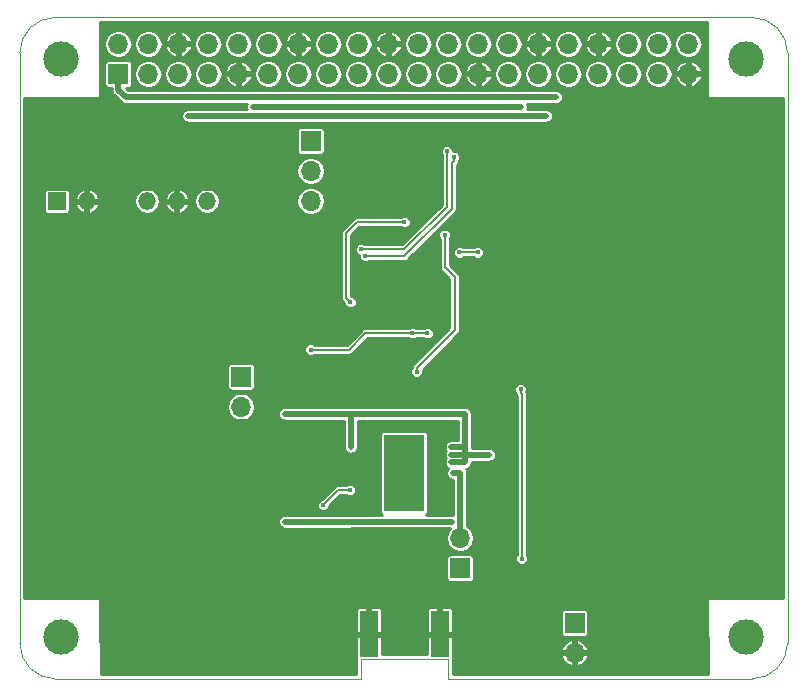
<source format=gbr>
G04 #@! TF.GenerationSoftware,KiCad,Pcbnew,5.0.0-fee4fd1~66~ubuntu18.04.1*
G04 #@! TF.CreationDate,2018-10-18T09:36:57+01:00*
G04 #@! TF.ProjectId,DDS-hat,4444532D6861742E6B696361645F7063,rev?*
G04 #@! TF.SameCoordinates,Original*
G04 #@! TF.FileFunction,Copper,L2,Bot,Signal*
G04 #@! TF.FilePolarity,Positive*
%FSLAX46Y46*%
G04 Gerber Fmt 4.6, Leading zero omitted, Abs format (unit mm)*
G04 Created by KiCad (PCBNEW 5.0.0-fee4fd1~66~ubuntu18.04.1) date Thu Oct 18 09:36:57 2018*
%MOMM*%
%LPD*%
G01*
G04 APERTURE LIST*
G04 #@! TA.AperFunction,NonConductor*
%ADD10C,0.100000*%
G04 #@! TD*
G04 #@! TA.AperFunction,ComponentPad*
%ADD11R,1.700000X1.700000*%
G04 #@! TD*
G04 #@! TA.AperFunction,ComponentPad*
%ADD12O,1.700000X1.700000*%
G04 #@! TD*
G04 #@! TA.AperFunction,Conductor*
%ADD13R,3.400000X6.500000*%
G04 #@! TD*
G04 #@! TA.AperFunction,ViaPad*
%ADD14C,0.600000*%
G04 #@! TD*
G04 #@! TA.AperFunction,SMDPad,CuDef*
%ADD15R,1.500000X4.000000*%
G04 #@! TD*
G04 #@! TA.AperFunction,ComponentPad*
%ADD16R,1.500000X1.500000*%
G04 #@! TD*
G04 #@! TA.AperFunction,ComponentPad*
%ADD17O,1.500000X1.500000*%
G04 #@! TD*
G04 #@! TA.AperFunction,WasherPad*
%ADD18C,3.000000*%
G04 #@! TD*
G04 #@! TA.AperFunction,ViaPad*
%ADD19C,0.400000*%
G04 #@! TD*
G04 #@! TA.AperFunction,ViaPad*
%ADD20C,0.500000*%
G04 #@! TD*
G04 #@! TA.AperFunction,Conductor*
%ADD21C,0.500000*%
G04 #@! TD*
G04 #@! TA.AperFunction,Conductor*
%ADD22C,0.200000*%
G04 #@! TD*
G04 #@! TA.AperFunction,Conductor*
%ADD23C,0.254000*%
G04 #@! TD*
G04 APERTURE END LIST*
D10*
X114830000Y-116820000D02*
X140546356Y-116817611D01*
X107400000Y-115110000D02*
X107400000Y-116817611D01*
X114830000Y-115110000D02*
X114830000Y-116817611D01*
X107400000Y-115110000D02*
X114830000Y-115110000D01*
X78546356Y-63817611D02*
X78546356Y-113817611D01*
X78546356Y-63817611D02*
G75*
G02X81546356Y-60817611I3000000J0D01*
G01*
X140546356Y-60817611D02*
X81546356Y-60817611D01*
X140546356Y-60817611D02*
G75*
G02X143546356Y-63817611I0J-3000000D01*
G01*
X143546356Y-113817611D02*
X143546356Y-63817611D01*
X81546356Y-116817611D02*
G75*
G02X78546356Y-113817611I0J3000000D01*
G01*
X81546356Y-116817611D02*
X107400000Y-116820000D01*
X143546351Y-113822847D02*
G75*
G02X140546356Y-116817611I-2999995J5236D01*
G01*
D11*
G04 #@! TO.P,J5,1*
G04 #@! TO.N,Net-(J5-Pad1)*
X97290000Y-91230000D03*
D12*
G04 #@! TO.P,J5,2*
G04 #@! TO.N,Net-(C27-Pad1)*
X97290000Y-93770000D03*
G04 #@! TD*
D11*
G04 #@! TO.P,J6,1*
G04 #@! TO.N,/TTL_SYNC*
X125510000Y-112080000D03*
D12*
G04 #@! TO.P,J6,2*
G04 #@! TO.N,GND*
X125510000Y-114620000D03*
G04 #@! TD*
D13*
G04 #@! TO.N,N/C*
G04 #@! TO.C,U5*
X111090000Y-99400000D03*
D14*
X109790000Y-96450000D03*
X111090000Y-96450000D03*
X112390000Y-96450000D03*
X112390000Y-97925000D03*
X111090000Y-97925000D03*
X109790000Y-97925000D03*
X112390000Y-99400000D03*
X111090000Y-99400000D03*
X109790000Y-99400000D03*
X112390000Y-100875000D03*
X111090000Y-100875000D03*
X109790000Y-100875000D03*
X112390000Y-102350000D03*
X111090000Y-102350000D03*
X109790000Y-102350000D03*
G04 #@! TD*
D11*
G04 #@! TO.P,J4,1*
G04 #@! TO.N,Net-(J1-Pad7)*
X103160000Y-71270000D03*
D12*
G04 #@! TO.P,J4,2*
G04 #@! TO.N,Net-(J4-Pad2)*
X103160000Y-73810000D03*
G04 #@! TO.P,J4,3*
G04 #@! TO.N,Net-(J4-Pad3)*
X103160000Y-76350000D03*
G04 #@! TD*
D15*
G04 #@! TO.P,J3,2*
G04 #@! TO.N,GND*
X108110000Y-113040000D03*
X114110000Y-113040000D03*
G04 #@! TD*
D11*
G04 #@! TO.P,J2,1*
G04 #@! TO.N,/Vout2*
X115830000Y-107470000D03*
D12*
G04 #@! TO.P,J2,2*
G04 #@! TO.N,/Vout1*
X115830000Y-104930000D03*
G04 #@! TD*
D11*
G04 #@! TO.P,J1,1*
G04 #@! TO.N,+3V3*
X86890000Y-65610000D03*
D12*
G04 #@! TO.P,J1,2*
G04 #@! TO.N,+5V*
X86890000Y-63070000D03*
G04 #@! TO.P,J1,3*
G04 #@! TO.N,Net-(J1-Pad3)*
X89430000Y-65610000D03*
G04 #@! TO.P,J1,4*
G04 #@! TO.N,+5V*
X89430000Y-63070000D03*
G04 #@! TO.P,J1,5*
G04 #@! TO.N,Net-(J1-Pad5)*
X91970000Y-65610000D03*
G04 #@! TO.P,J1,6*
G04 #@! TO.N,GND*
X91970000Y-63070000D03*
G04 #@! TO.P,J1,7*
G04 #@! TO.N,Net-(J1-Pad7)*
X94510000Y-65610000D03*
G04 #@! TO.P,J1,8*
G04 #@! TO.N,Net-(J1-Pad8)*
X94510000Y-63070000D03*
G04 #@! TO.P,J1,9*
G04 #@! TO.N,GND*
X97050000Y-65610000D03*
G04 #@! TO.P,J1,10*
G04 #@! TO.N,Net-(J1-Pad10)*
X97050000Y-63070000D03*
G04 #@! TO.P,J1,11*
G04 #@! TO.N,Net-(J1-Pad11)*
X99590000Y-65610000D03*
G04 #@! TO.P,J1,12*
G04 #@! TO.N,Net-(J1-Pad12)*
X99590000Y-63070000D03*
G04 #@! TO.P,J1,13*
G04 #@! TO.N,Net-(J1-Pad13)*
X102130000Y-65610000D03*
G04 #@! TO.P,J1,14*
G04 #@! TO.N,GND*
X102130000Y-63070000D03*
G04 #@! TO.P,J1,15*
G04 #@! TO.N,Net-(J1-Pad15)*
X104670000Y-65610000D03*
G04 #@! TO.P,J1,16*
G04 #@! TO.N,Net-(J1-Pad16)*
X104670000Y-63070000D03*
G04 #@! TO.P,J1,17*
G04 #@! TO.N,Net-(J1-Pad17)*
X107210000Y-65610000D03*
G04 #@! TO.P,J1,18*
G04 #@! TO.N,Net-(J1-Pad18)*
X107210000Y-63070000D03*
G04 #@! TO.P,J1,19*
G04 #@! TO.N,Net-(J1-Pad19)*
X109750000Y-65610000D03*
G04 #@! TO.P,J1,20*
G04 #@! TO.N,GND*
X109750000Y-63070000D03*
G04 #@! TO.P,J1,21*
G04 #@! TO.N,Net-(J1-Pad21)*
X112290000Y-65610000D03*
G04 #@! TO.P,J1,22*
G04 #@! TO.N,Net-(J1-Pad22)*
X112290000Y-63070000D03*
G04 #@! TO.P,J1,23*
G04 #@! TO.N,Net-(J1-Pad23)*
X114830000Y-65610000D03*
G04 #@! TO.P,J1,24*
G04 #@! TO.N,Net-(J1-Pad24)*
X114830000Y-63070000D03*
G04 #@! TO.P,J1,25*
G04 #@! TO.N,GND*
X117370000Y-65610000D03*
G04 #@! TO.P,J1,26*
G04 #@! TO.N,Net-(J1-Pad26)*
X117370000Y-63070000D03*
G04 #@! TO.P,J1,27*
G04 #@! TO.N,Net-(J1-Pad27)*
X119910000Y-65610000D03*
G04 #@! TO.P,J1,28*
G04 #@! TO.N,Net-(J1-Pad28)*
X119910000Y-63070000D03*
G04 #@! TO.P,J1,29*
G04 #@! TO.N,Net-(J1-Pad29)*
X122450000Y-65610000D03*
G04 #@! TO.P,J1,30*
G04 #@! TO.N,GND*
X122450000Y-63070000D03*
G04 #@! TO.P,J1,31*
G04 #@! TO.N,Net-(J1-Pad31)*
X124990000Y-65610000D03*
G04 #@! TO.P,J1,32*
G04 #@! TO.N,Net-(J1-Pad32)*
X124990000Y-63070000D03*
G04 #@! TO.P,J1,33*
G04 #@! TO.N,Net-(J1-Pad33)*
X127530000Y-65610000D03*
G04 #@! TO.P,J1,34*
G04 #@! TO.N,GND*
X127530000Y-63070000D03*
G04 #@! TO.P,J1,35*
G04 #@! TO.N,Net-(J1-Pad35)*
X130070000Y-65610000D03*
G04 #@! TO.P,J1,36*
G04 #@! TO.N,Net-(J1-Pad36)*
X130070000Y-63070000D03*
G04 #@! TO.P,J1,37*
G04 #@! TO.N,Net-(J1-Pad37)*
X132610000Y-65610000D03*
G04 #@! TO.P,J1,38*
G04 #@! TO.N,Net-(J1-Pad38)*
X132610000Y-63070000D03*
G04 #@! TO.P,J1,39*
G04 #@! TO.N,GND*
X135150000Y-65610000D03*
G04 #@! TO.P,J1,40*
G04 #@! TO.N,Net-(J1-Pad40)*
X135150000Y-63070000D03*
G04 #@! TD*
D16*
G04 #@! TO.P,U4,1*
G04 #@! TO.N,+5V*
X81690000Y-76390000D03*
D17*
G04 #@! TO.P,U4,2*
G04 #@! TO.N,GND*
X84230000Y-76390000D03*
G04 #@! TO.P,U4,4*
G04 #@! TO.N,-5VA*
X89310000Y-76390000D03*
G04 #@! TO.P,U4,5*
G04 #@! TO.N,GND*
X91850000Y-76390000D03*
G04 #@! TO.P,U4,6*
G04 #@! TO.N,+5VA*
X94390000Y-76390000D03*
G04 #@! TD*
D18*
G04 #@! TO.P,H1,*
G04 #@! TO.N,*
X82040000Y-64310000D03*
G04 #@! TD*
G04 #@! TO.P,H2,*
G04 #@! TO.N,*
X140040000Y-64330000D03*
G04 #@! TD*
G04 #@! TO.P,H3,*
G04 #@! TO.N,*
X82040000Y-113320000D03*
G04 #@! TD*
G04 #@! TO.P,H4,*
G04 #@! TO.N,*
X140030000Y-113310000D03*
G04 #@! TD*
D19*
G04 #@! TO.N,GND*
X91720000Y-70280000D03*
X96700000Y-70230000D03*
X81720000Y-68950000D03*
X84030000Y-70330000D03*
X89250000Y-68860000D03*
X107030006Y-99130000D03*
X107030000Y-100430002D03*
X106430000Y-98210000D03*
X119540000Y-94050000D03*
X119520000Y-103690000D03*
X121980000Y-95570000D03*
X121980000Y-102130000D03*
X118730000Y-92310000D03*
X109470000Y-88210000D03*
X109470000Y-89510000D03*
X107840000Y-79210000D03*
X113357500Y-83232500D03*
X107540000Y-72140000D03*
X106120000Y-75520000D03*
X114510000Y-71140000D03*
X118460000Y-73340000D03*
X107720000Y-79700006D03*
X119710000Y-85850000D03*
X102010000Y-98160000D03*
X98590000Y-89200000D03*
X90300000Y-85950000D03*
X85871500Y-94507500D03*
X85877500Y-101117500D03*
X85852000Y-97790000D03*
X92560000Y-108780000D03*
X89660000Y-108790000D03*
X85850000Y-104620000D03*
X105460000Y-112350000D03*
X94684627Y-68469990D03*
X122350000Y-107600000D03*
X127460000Y-108390000D03*
X113270000Y-76930000D03*
X114110000Y-110470004D03*
X108110000Y-110480000D03*
D20*
G04 #@! TO.N,-5VA*
X106520000Y-103510000D03*
X100990000Y-103500000D03*
X103150000Y-103510000D03*
X115110000Y-103509998D03*
X102190000Y-103520000D03*
X123100000Y-69160000D03*
X92810000Y-69159996D03*
G04 #@! TO.N,+5VA*
X98290000Y-68370000D03*
X110290000Y-68370000D03*
X110290000Y-94400000D03*
X106570000Y-97180000D03*
X115080000Y-98480000D03*
X115090000Y-97850000D03*
X115082600Y-97212070D03*
X118280000Y-97850000D03*
X106110000Y-68380000D03*
X100990000Y-94380002D03*
X120960001Y-68370000D03*
D19*
G04 #@! TO.N,Net-(C3-Pad1)*
X111110002Y-78160000D03*
X106530000Y-84930000D03*
G04 #@! TO.N,Net-(R7-Pad2)*
X103160000Y-88950000D03*
X113060010Y-87560000D03*
X111770000Y-87560000D03*
G04 #@! TO.N,Net-(J1-Pad23)*
X107430000Y-80460000D03*
X114710000Y-72139990D03*
G04 #@! TO.N,Net-(J1-Pad26)*
X117330010Y-80710000D03*
X115740002Y-80710000D03*
G04 #@! TO.N,Net-(J1-Pad19)*
X107805503Y-81032102D03*
X115310000Y-72660000D03*
D20*
G04 #@! TO.N,/Vout1*
X115240000Y-99400000D03*
D19*
G04 #@! TO.N,Net-(Q1-Pad1)*
X106500000Y-100830000D03*
X104230000Y-102110000D03*
G04 #@! TO.N,Net-(R16-Pad2)*
X112150000Y-90810000D03*
X114510000Y-79220000D03*
G04 #@! TO.N,Net-(R16-Pad1)*
X120940000Y-92300000D03*
X121040000Y-106650000D03*
D20*
G04 #@! TO.N,+3V3*
X123960000Y-67570000D03*
G04 #@! TD*
D21*
G04 #@! TO.N,-5VA*
X115109998Y-103510000D02*
X115110000Y-103509998D01*
X106520000Y-103510000D02*
X115109998Y-103510000D01*
X92810004Y-69160000D02*
X92810000Y-69159996D01*
X123100000Y-69160000D02*
X92810004Y-69160000D01*
X101010000Y-103520000D02*
X100990000Y-103500000D01*
X106520000Y-103510000D02*
X106510000Y-103520000D01*
X106510000Y-103520000D02*
X101010000Y-103520000D01*
G04 #@! TO.N,+5VA*
X98560000Y-68370000D02*
X110290000Y-68370000D01*
X106570000Y-94390000D02*
X106570000Y-97180000D01*
X116240000Y-98480000D02*
X115080000Y-98480000D01*
X116240000Y-97850000D02*
X115090000Y-97850000D01*
X116240000Y-97850000D02*
X116240000Y-98480000D01*
X116240000Y-97180000D02*
X116240000Y-97850000D01*
X116207930Y-97212070D02*
X116240000Y-97180000D01*
X115082600Y-97212070D02*
X116207930Y-97212070D01*
X118280000Y-97850000D02*
X116240000Y-97850000D01*
X101343553Y-94380002D02*
X100990000Y-94380002D01*
X106570000Y-94390000D02*
X106560002Y-94380002D01*
X106560002Y-94380002D02*
X101343553Y-94380002D01*
X106580000Y-94380000D02*
X106570000Y-94390000D01*
X110290000Y-94400000D02*
X110270000Y-94380000D01*
X110270000Y-94380000D02*
X106580000Y-94380000D01*
X116240000Y-94380000D02*
X116240000Y-97180000D01*
X110290000Y-94400000D02*
X110310000Y-94380000D01*
X110310000Y-94380000D02*
X116240000Y-94380000D01*
X98560000Y-68370000D02*
X98290000Y-68370000D01*
X110290000Y-68370000D02*
X120960001Y-68370000D01*
D22*
G04 #@! TO.N,Net-(C3-Pad1)*
X106180000Y-79050000D02*
X106180000Y-84580000D01*
X111110002Y-78160000D02*
X107070000Y-78160000D01*
X106180000Y-84580000D02*
X106530000Y-84930000D01*
X107070000Y-78160000D02*
X106180000Y-79050000D01*
G04 #@! TO.N,Net-(R7-Pad2)*
X112777168Y-87560000D02*
X113060010Y-87560000D01*
X107810000Y-87560000D02*
X112777168Y-87560000D01*
X103160000Y-88950000D02*
X106420000Y-88950000D01*
X106420000Y-88950000D02*
X107810000Y-87560000D01*
G04 #@! TO.N,Net-(J1-Pad23)*
X111094300Y-80460000D02*
X114710000Y-76844300D01*
X114710000Y-76844300D02*
X114710000Y-72422832D01*
X114710000Y-72422832D02*
X114710000Y-72139990D01*
X107430000Y-80460000D02*
X111094300Y-80460000D01*
G04 #@! TO.N,Net-(J1-Pad26)*
X117330010Y-80710000D02*
X115740002Y-80710000D01*
G04 #@! TO.N,Net-(J1-Pad19)*
X115310000Y-72942842D02*
X115310000Y-72660000D01*
X115110000Y-77010000D02*
X115110000Y-73142842D01*
X115110000Y-73142842D02*
X115310000Y-72942842D01*
X107805503Y-81032102D02*
X111087898Y-81032102D01*
X111087898Y-81032102D02*
X115110000Y-77010000D01*
D21*
G04 #@! TO.N,/Vout1*
X115850000Y-99400000D02*
X115240000Y-99400000D01*
X115840000Y-105000000D02*
X115840000Y-99410000D01*
X115840000Y-99410000D02*
X115850000Y-99400000D01*
D22*
G04 #@! TO.N,Net-(Q1-Pad1)*
X105510000Y-100830000D02*
X104230000Y-102110000D01*
X106500000Y-100830000D02*
X105510000Y-100830000D01*
G04 #@! TO.N,Net-(R16-Pad2)*
X112150000Y-90527158D02*
X115350000Y-87327158D01*
X112150000Y-90810000D02*
X112150000Y-90527158D01*
X115350000Y-87327158D02*
X115350000Y-82760000D01*
X115350000Y-82760000D02*
X114510000Y-81920000D01*
X114510000Y-81920000D02*
X114510000Y-79220000D01*
G04 #@! TO.N,Net-(R16-Pad1)*
X120940000Y-92582842D02*
X121040000Y-92682842D01*
X120940000Y-92300000D02*
X120940000Y-92582842D01*
X121040000Y-92682842D02*
X121040000Y-106650000D01*
D21*
G04 #@! TO.N,+3V3*
X87500000Y-67570000D02*
X123606447Y-67570000D01*
X123606447Y-67570000D02*
X123960000Y-67570000D01*
X86890000Y-66960000D02*
X87500000Y-67570000D01*
X86890000Y-65610000D02*
X86890000Y-66960000D01*
G04 #@! TD*
D23*
G04 #@! TO.N,GND*
G36*
X136764823Y-67490000D02*
X136774490Y-67538601D01*
X136802020Y-67579803D01*
X136843222Y-67607333D01*
X136891823Y-67617000D01*
X143169357Y-67617000D01*
X143169356Y-109963000D01*
X136891823Y-109963000D01*
X136843222Y-109972667D01*
X136802020Y-110000197D01*
X136774490Y-110041399D01*
X136764823Y-110090154D01*
X136772540Y-116440962D01*
X115207000Y-116442966D01*
X115207000Y-115147126D01*
X115214385Y-115110000D01*
X115187000Y-114972328D01*
X115187000Y-114928485D01*
X124374145Y-114928485D01*
X124488688Y-115205045D01*
X124790318Y-115551350D01*
X125201513Y-115755866D01*
X125383000Y-115708390D01*
X125383000Y-114747000D01*
X125637000Y-114747000D01*
X125637000Y-115708390D01*
X125818487Y-115755866D01*
X126229682Y-115551350D01*
X126531312Y-115205045D01*
X126645855Y-114928485D01*
X126597862Y-114747000D01*
X125637000Y-114747000D01*
X125383000Y-114747000D01*
X124422138Y-114747000D01*
X124374145Y-114928485D01*
X115187000Y-114928485D01*
X115187000Y-114311515D01*
X124374145Y-114311515D01*
X124422138Y-114493000D01*
X125383000Y-114493000D01*
X125383000Y-113531610D01*
X125637000Y-113531610D01*
X125637000Y-114493000D01*
X126597862Y-114493000D01*
X126645855Y-114311515D01*
X126531312Y-114034955D01*
X126229682Y-113688650D01*
X125818487Y-113484134D01*
X125637000Y-113531610D01*
X125383000Y-113531610D01*
X125201513Y-113484134D01*
X124790318Y-113688650D01*
X124488688Y-114034955D01*
X124374145Y-114311515D01*
X115187000Y-114311515D01*
X115187000Y-113248750D01*
X115105250Y-113167000D01*
X114237000Y-113167000D01*
X114237000Y-113187000D01*
X113983000Y-113187000D01*
X113983000Y-113167000D01*
X113114750Y-113167000D01*
X113033000Y-113248750D01*
X113033000Y-114733000D01*
X109187000Y-114733000D01*
X109187000Y-113248750D01*
X109105250Y-113167000D01*
X108237000Y-113167000D01*
X108237000Y-113187000D01*
X107983000Y-113187000D01*
X107983000Y-113167000D01*
X107114750Y-113167000D01*
X107033000Y-113248750D01*
X107033000Y-115022601D01*
X107015615Y-115110000D01*
X107023000Y-115147127D01*
X107023001Y-116442966D01*
X85451360Y-116440972D01*
X85337315Y-110974955D01*
X107033000Y-110974955D01*
X107033000Y-112831250D01*
X107114750Y-112913000D01*
X107983000Y-112913000D01*
X107983000Y-110794750D01*
X108237000Y-110794750D01*
X108237000Y-112913000D01*
X109105250Y-112913000D01*
X109187000Y-112831250D01*
X109187000Y-110974955D01*
X113033000Y-110974955D01*
X113033000Y-112831250D01*
X113114750Y-112913000D01*
X113983000Y-112913000D01*
X113983000Y-110794750D01*
X114237000Y-110794750D01*
X114237000Y-112913000D01*
X115105250Y-112913000D01*
X115187000Y-112831250D01*
X115187000Y-111230000D01*
X124326594Y-111230000D01*
X124326594Y-112930000D01*
X124351973Y-113057589D01*
X124424246Y-113165754D01*
X124532411Y-113238027D01*
X124660000Y-113263406D01*
X126360000Y-113263406D01*
X126487589Y-113238027D01*
X126595754Y-113165754D01*
X126668027Y-113057589D01*
X126693406Y-112930000D01*
X126693406Y-111230000D01*
X126668027Y-111102411D01*
X126595754Y-110994246D01*
X126487589Y-110921973D01*
X126360000Y-110896594D01*
X124660000Y-110896594D01*
X124532411Y-110921973D01*
X124424246Y-110994246D01*
X124351973Y-111102411D01*
X124326594Y-111230000D01*
X115187000Y-111230000D01*
X115187000Y-110974955D01*
X115137217Y-110854769D01*
X115045230Y-110762783D01*
X114925044Y-110713000D01*
X114318750Y-110713000D01*
X114237000Y-110794750D01*
X113983000Y-110794750D01*
X113901250Y-110713000D01*
X113294956Y-110713000D01*
X113174770Y-110762783D01*
X113082783Y-110854769D01*
X113033000Y-110974955D01*
X109187000Y-110974955D01*
X109137217Y-110854769D01*
X109045230Y-110762783D01*
X108925044Y-110713000D01*
X108318750Y-110713000D01*
X108237000Y-110794750D01*
X107983000Y-110794750D01*
X107901250Y-110713000D01*
X107294956Y-110713000D01*
X107174770Y-110762783D01*
X107082783Y-110854769D01*
X107033000Y-110974955D01*
X85337315Y-110974955D01*
X85318795Y-110087351D01*
X85308116Y-110038962D01*
X85279733Y-109998344D01*
X85237966Y-109971679D01*
X85191823Y-109963000D01*
X78923356Y-109963000D01*
X78923356Y-106620000D01*
X114646594Y-106620000D01*
X114646594Y-108320000D01*
X114671973Y-108447589D01*
X114744246Y-108555754D01*
X114852411Y-108628027D01*
X114980000Y-108653406D01*
X116680000Y-108653406D01*
X116807589Y-108628027D01*
X116915754Y-108555754D01*
X116988027Y-108447589D01*
X117013406Y-108320000D01*
X117013406Y-106620000D01*
X116988027Y-106492411D01*
X116915754Y-106384246D01*
X116807589Y-106311973D01*
X116680000Y-106286594D01*
X114980000Y-106286594D01*
X114852411Y-106311973D01*
X114744246Y-106384246D01*
X114671973Y-106492411D01*
X114646594Y-106620000D01*
X78923356Y-106620000D01*
X78923356Y-102005173D01*
X103703000Y-102005173D01*
X103703000Y-102214827D01*
X103783231Y-102408522D01*
X103931478Y-102556769D01*
X104125173Y-102637000D01*
X104334827Y-102637000D01*
X104528522Y-102556769D01*
X104676769Y-102408522D01*
X104757000Y-102214827D01*
X104757000Y-102186868D01*
X105686870Y-101257000D01*
X106181709Y-101257000D01*
X106201478Y-101276769D01*
X106395173Y-101357000D01*
X106604827Y-101357000D01*
X106798522Y-101276769D01*
X106946769Y-101128522D01*
X107027000Y-100934827D01*
X107027000Y-100725173D01*
X106946769Y-100531478D01*
X106798522Y-100383231D01*
X106604827Y-100303000D01*
X106395173Y-100303000D01*
X106201478Y-100383231D01*
X106181709Y-100403000D01*
X105552052Y-100403000D01*
X105509999Y-100394635D01*
X105467946Y-100403000D01*
X105343393Y-100427775D01*
X105202150Y-100522150D01*
X105178329Y-100557802D01*
X104153132Y-101583000D01*
X104125173Y-101583000D01*
X103931478Y-101663231D01*
X103783231Y-101811478D01*
X103703000Y-102005173D01*
X78923356Y-102005173D01*
X78923356Y-93770000D01*
X96089942Y-93770000D01*
X96181291Y-94229242D01*
X96441431Y-94618569D01*
X96830758Y-94878709D01*
X97174080Y-94947000D01*
X97405920Y-94947000D01*
X97749242Y-94878709D01*
X98138569Y-94618569D01*
X98297974Y-94380002D01*
X100401696Y-94380002D01*
X100413000Y-94436831D01*
X100413000Y-94494774D01*
X100435174Y-94548307D01*
X100446478Y-94605136D01*
X100478669Y-94653314D01*
X100500843Y-94706846D01*
X100541813Y-94747816D01*
X100574006Y-94795996D01*
X100622185Y-94828188D01*
X100663156Y-94869159D01*
X100716688Y-94891333D01*
X100764866Y-94923524D01*
X100821695Y-94934828D01*
X100875228Y-94957002D01*
X105993000Y-94957002D01*
X105993001Y-97065226D01*
X105993000Y-97065228D01*
X105993000Y-97294772D01*
X106015176Y-97348309D01*
X106026479Y-97405134D01*
X106058668Y-97453308D01*
X106080843Y-97506844D01*
X106121817Y-97547818D01*
X106154007Y-97595994D01*
X106202183Y-97628184D01*
X106243156Y-97669157D01*
X106296691Y-97691332D01*
X106344867Y-97723522D01*
X106401695Y-97734826D01*
X106455228Y-97757000D01*
X106513171Y-97757000D01*
X106570000Y-97768304D01*
X106626829Y-97757000D01*
X106684772Y-97757000D01*
X106738305Y-97734826D01*
X106795134Y-97723522D01*
X106843312Y-97691331D01*
X106896844Y-97669157D01*
X106937815Y-97628186D01*
X106985994Y-97595994D01*
X107018186Y-97547815D01*
X107059157Y-97506844D01*
X107081331Y-97453312D01*
X107113522Y-97405134D01*
X107124826Y-97348305D01*
X107147000Y-97294772D01*
X107147000Y-94957000D01*
X110126944Y-94957000D01*
X110175228Y-94977000D01*
X110233172Y-94977000D01*
X110289999Y-94988304D01*
X110290000Y-94988304D01*
X110346828Y-94977000D01*
X110404772Y-94977000D01*
X110453056Y-94957000D01*
X115663000Y-94957000D01*
X115663001Y-96635070D01*
X114967828Y-96635070D01*
X114914295Y-96657244D01*
X114857466Y-96668548D01*
X114809288Y-96700739D01*
X114755756Y-96722913D01*
X114714785Y-96763884D01*
X114666606Y-96796076D01*
X114634415Y-96844254D01*
X114593443Y-96885226D01*
X114571269Y-96938758D01*
X114539078Y-96986936D01*
X114527774Y-97043765D01*
X114505600Y-97097298D01*
X114505600Y-97155241D01*
X114494296Y-97212070D01*
X114505600Y-97268899D01*
X114505600Y-97326842D01*
X114527774Y-97380375D01*
X114539078Y-97437204D01*
X114571269Y-97485382D01*
X114593443Y-97538914D01*
X114594060Y-97539531D01*
X114578669Y-97576688D01*
X114546478Y-97624866D01*
X114535174Y-97681695D01*
X114513000Y-97735228D01*
X114513000Y-97793171D01*
X114501696Y-97850000D01*
X114513000Y-97906829D01*
X114513000Y-97964772D01*
X114535174Y-98018305D01*
X114546478Y-98075134D01*
X114578669Y-98123312D01*
X114590976Y-98153023D01*
X114590843Y-98153156D01*
X114568669Y-98206688D01*
X114536478Y-98254866D01*
X114525174Y-98311695D01*
X114503000Y-98365228D01*
X114503000Y-98423171D01*
X114491696Y-98480000D01*
X114503000Y-98536829D01*
X114503000Y-98594772D01*
X114525174Y-98648305D01*
X114536478Y-98705134D01*
X114568669Y-98753312D01*
X114590843Y-98806844D01*
X114631814Y-98847815D01*
X114664006Y-98895994D01*
X114712185Y-98928186D01*
X114753156Y-98969157D01*
X114806688Y-98991331D01*
X114815277Y-98997070D01*
X114791814Y-99032185D01*
X114750843Y-99073156D01*
X114728669Y-99126688D01*
X114696478Y-99174866D01*
X114685174Y-99231695D01*
X114663000Y-99285228D01*
X114663000Y-99343171D01*
X114651696Y-99400000D01*
X114663000Y-99456829D01*
X114663000Y-99514772D01*
X114685174Y-99568305D01*
X114696478Y-99625134D01*
X114728669Y-99673312D01*
X114750843Y-99726844D01*
X114791814Y-99767815D01*
X114824006Y-99815994D01*
X114872185Y-99848186D01*
X114913156Y-99889157D01*
X114966688Y-99911331D01*
X115014866Y-99943522D01*
X115071695Y-99954826D01*
X115125228Y-99977000D01*
X115263001Y-99977000D01*
X115263000Y-102948833D01*
X115224772Y-102932998D01*
X115166828Y-102932998D01*
X115110000Y-102921694D01*
X115053172Y-102932998D01*
X114995228Y-102932998D01*
X114995223Y-102933000D01*
X112955045Y-102933000D01*
X113025754Y-102885754D01*
X113098027Y-102777589D01*
X113123406Y-102650000D01*
X113123406Y-96150000D01*
X113098027Y-96022411D01*
X113025754Y-95914246D01*
X112917589Y-95841973D01*
X112790000Y-95816594D01*
X109390000Y-95816594D01*
X109262411Y-95841973D01*
X109154246Y-95914246D01*
X109081973Y-96022411D01*
X109056594Y-96150000D01*
X109056594Y-102650000D01*
X109081973Y-102777589D01*
X109154246Y-102885754D01*
X109224955Y-102933000D01*
X106576827Y-102933000D01*
X106519999Y-102921696D01*
X106463172Y-102933000D01*
X106405228Y-102933000D01*
X106381086Y-102943000D01*
X103288914Y-102943000D01*
X103264772Y-102933000D01*
X103035228Y-102933000D01*
X103011086Y-102943000D01*
X101153056Y-102943000D01*
X101104772Y-102923000D01*
X101046828Y-102923000D01*
X100990000Y-102911696D01*
X100933172Y-102923000D01*
X100875228Y-102923000D01*
X100821692Y-102945175D01*
X100764866Y-102956479D01*
X100716693Y-102988667D01*
X100663156Y-103010843D01*
X100622181Y-103051818D01*
X100574007Y-103084007D01*
X100541818Y-103132181D01*
X100500843Y-103173156D01*
X100478667Y-103226693D01*
X100446479Y-103274866D01*
X100435175Y-103331692D01*
X100413000Y-103385228D01*
X100413000Y-103443172D01*
X100401696Y-103500000D01*
X100413000Y-103556828D01*
X100413000Y-103614772D01*
X100435175Y-103668308D01*
X100446479Y-103725134D01*
X100478667Y-103773307D01*
X100500843Y-103826844D01*
X100561814Y-103887815D01*
X100594006Y-103935994D01*
X100642185Y-103968186D01*
X100663156Y-103989157D01*
X100690556Y-104000507D01*
X100784866Y-104063522D01*
X100953171Y-104097000D01*
X100953172Y-104097000D01*
X101009999Y-104108304D01*
X101066827Y-104097000D01*
X106453172Y-104097000D01*
X106510000Y-104108304D01*
X106566828Y-104097000D01*
X106566829Y-104097000D01*
X106617102Y-104087000D01*
X114977710Y-104087000D01*
X114721291Y-104470758D01*
X114629942Y-104930000D01*
X114721291Y-105389242D01*
X114981431Y-105778569D01*
X115370758Y-106038709D01*
X115714080Y-106107000D01*
X115945920Y-106107000D01*
X116289242Y-106038709D01*
X116678569Y-105778569D01*
X116938709Y-105389242D01*
X117030058Y-104930000D01*
X116938709Y-104470758D01*
X116678569Y-104081431D01*
X116417000Y-103906656D01*
X116417000Y-99507102D01*
X116438304Y-99400000D01*
X116393522Y-99174866D01*
X116312662Y-99053851D01*
X116465134Y-99023522D01*
X116655994Y-98895994D01*
X116783522Y-98705134D01*
X116817000Y-98536829D01*
X116828304Y-98480000D01*
X116817762Y-98427000D01*
X118394772Y-98427000D01*
X118448305Y-98404826D01*
X118505134Y-98393522D01*
X118553312Y-98361331D01*
X118606844Y-98339157D01*
X118647815Y-98298186D01*
X118695994Y-98265994D01*
X118728186Y-98217815D01*
X118769157Y-98176844D01*
X118791331Y-98123312D01*
X118823522Y-98075134D01*
X118834826Y-98018305D01*
X118857000Y-97964772D01*
X118857000Y-97906829D01*
X118868304Y-97850000D01*
X118857000Y-97793171D01*
X118857000Y-97735228D01*
X118834826Y-97681695D01*
X118823522Y-97624866D01*
X118791331Y-97576688D01*
X118769157Y-97523156D01*
X118728186Y-97482185D01*
X118695994Y-97434006D01*
X118647815Y-97401814D01*
X118606844Y-97360843D01*
X118553312Y-97338669D01*
X118505134Y-97306478D01*
X118448305Y-97295174D01*
X118394772Y-97273000D01*
X116817000Y-97273000D01*
X116817000Y-97236828D01*
X116828304Y-97180000D01*
X116817000Y-97123171D01*
X116817000Y-94436829D01*
X116828304Y-94380000D01*
X116783522Y-94154866D01*
X116655994Y-93964006D01*
X116465134Y-93836478D01*
X116296829Y-93803000D01*
X116240000Y-93791696D01*
X116183171Y-93803000D01*
X110366827Y-93803000D01*
X110309999Y-93791696D01*
X110290000Y-93795674D01*
X110270000Y-93791696D01*
X110213172Y-93803000D01*
X106636827Y-93803000D01*
X106579999Y-93791696D01*
X106569995Y-93793686D01*
X106560002Y-93791698D01*
X106503174Y-93803002D01*
X100875228Y-93803002D01*
X100821695Y-93825176D01*
X100764866Y-93836480D01*
X100716688Y-93868671D01*
X100663156Y-93890845D01*
X100622185Y-93931816D01*
X100574006Y-93964008D01*
X100541814Y-94012187D01*
X100500843Y-94053158D01*
X100478669Y-94106690D01*
X100446478Y-94154868D01*
X100435174Y-94211697D01*
X100413000Y-94265230D01*
X100413000Y-94323171D01*
X100401696Y-94380002D01*
X98297974Y-94380002D01*
X98398709Y-94229242D01*
X98490058Y-93770000D01*
X98398709Y-93310758D01*
X98138569Y-92921431D01*
X97749242Y-92661291D01*
X97405920Y-92593000D01*
X97174080Y-92593000D01*
X96830758Y-92661291D01*
X96441431Y-92921431D01*
X96181291Y-93310758D01*
X96089942Y-93770000D01*
X78923356Y-93770000D01*
X78923356Y-90380000D01*
X96106594Y-90380000D01*
X96106594Y-92080000D01*
X96131973Y-92207589D01*
X96204246Y-92315754D01*
X96312411Y-92388027D01*
X96440000Y-92413406D01*
X98140000Y-92413406D01*
X98267589Y-92388027D01*
X98375754Y-92315754D01*
X98448027Y-92207589D01*
X98450496Y-92195173D01*
X120413000Y-92195173D01*
X120413000Y-92404827D01*
X120493231Y-92598522D01*
X120511360Y-92616651D01*
X120513000Y-92624895D01*
X120513000Y-92624896D01*
X120537775Y-92749449D01*
X120613000Y-92862031D01*
X120613001Y-106331708D01*
X120593231Y-106351478D01*
X120513000Y-106545173D01*
X120513000Y-106754827D01*
X120593231Y-106948522D01*
X120741478Y-107096769D01*
X120935173Y-107177000D01*
X121144827Y-107177000D01*
X121338522Y-107096769D01*
X121486769Y-106948522D01*
X121567000Y-106754827D01*
X121567000Y-106545173D01*
X121486769Y-106351478D01*
X121467000Y-106331709D01*
X121467000Y-92724894D01*
X121475365Y-92682841D01*
X121463839Y-92624896D01*
X121442225Y-92516235D01*
X121429032Y-92496490D01*
X121467000Y-92404827D01*
X121467000Y-92195173D01*
X121386769Y-92001478D01*
X121238522Y-91853231D01*
X121044827Y-91773000D01*
X120835173Y-91773000D01*
X120641478Y-91853231D01*
X120493231Y-92001478D01*
X120413000Y-92195173D01*
X98450496Y-92195173D01*
X98473406Y-92080000D01*
X98473406Y-90705173D01*
X111623000Y-90705173D01*
X111623000Y-90914827D01*
X111703231Y-91108522D01*
X111851478Y-91256769D01*
X112045173Y-91337000D01*
X112254827Y-91337000D01*
X112448522Y-91256769D01*
X112596769Y-91108522D01*
X112677000Y-90914827D01*
X112677000Y-90705173D01*
X112647375Y-90633651D01*
X115622196Y-87658831D01*
X115657850Y-87635008D01*
X115752225Y-87493765D01*
X115777000Y-87369212D01*
X115777000Y-87369211D01*
X115785365Y-87327159D01*
X115777000Y-87285106D01*
X115777000Y-82802052D01*
X115785365Y-82759999D01*
X115777000Y-82717946D01*
X115752225Y-82593393D01*
X115657850Y-82452150D01*
X115622195Y-82428327D01*
X114937000Y-81743132D01*
X114937000Y-80605173D01*
X115213002Y-80605173D01*
X115213002Y-80814827D01*
X115293233Y-81008522D01*
X115441480Y-81156769D01*
X115635175Y-81237000D01*
X115844829Y-81237000D01*
X116038524Y-81156769D01*
X116058293Y-81137000D01*
X117011719Y-81137000D01*
X117031488Y-81156769D01*
X117225183Y-81237000D01*
X117434837Y-81237000D01*
X117628532Y-81156769D01*
X117776779Y-81008522D01*
X117857010Y-80814827D01*
X117857010Y-80605173D01*
X117776779Y-80411478D01*
X117628532Y-80263231D01*
X117434837Y-80183000D01*
X117225183Y-80183000D01*
X117031488Y-80263231D01*
X117011719Y-80283000D01*
X116058293Y-80283000D01*
X116038524Y-80263231D01*
X115844829Y-80183000D01*
X115635175Y-80183000D01*
X115441480Y-80263231D01*
X115293233Y-80411478D01*
X115213002Y-80605173D01*
X114937000Y-80605173D01*
X114937000Y-79538291D01*
X114956769Y-79518522D01*
X115037000Y-79324827D01*
X115037000Y-79115173D01*
X114956769Y-78921478D01*
X114808522Y-78773231D01*
X114614827Y-78693000D01*
X114405173Y-78693000D01*
X114211478Y-78773231D01*
X114063231Y-78921478D01*
X113983000Y-79115173D01*
X113983000Y-79324827D01*
X114063231Y-79518522D01*
X114083001Y-79538292D01*
X114083000Y-81877947D01*
X114074635Y-81920000D01*
X114083000Y-81962053D01*
X114107775Y-82086606D01*
X114202150Y-82227850D01*
X114237807Y-82251675D01*
X114923001Y-82936870D01*
X114923000Y-87150289D01*
X111877805Y-90195485D01*
X111842151Y-90219308D01*
X111747775Y-90360551D01*
X111723000Y-90485104D01*
X111721360Y-90493349D01*
X111703231Y-90511478D01*
X111623000Y-90705173D01*
X98473406Y-90705173D01*
X98473406Y-90380000D01*
X98448027Y-90252411D01*
X98375754Y-90144246D01*
X98267589Y-90071973D01*
X98140000Y-90046594D01*
X96440000Y-90046594D01*
X96312411Y-90071973D01*
X96204246Y-90144246D01*
X96131973Y-90252411D01*
X96106594Y-90380000D01*
X78923356Y-90380000D01*
X78923356Y-88845173D01*
X102633000Y-88845173D01*
X102633000Y-89054827D01*
X102713231Y-89248522D01*
X102861478Y-89396769D01*
X103055173Y-89477000D01*
X103264827Y-89477000D01*
X103458522Y-89396769D01*
X103478291Y-89377000D01*
X106377947Y-89377000D01*
X106420000Y-89385365D01*
X106462053Y-89377000D01*
X106462054Y-89377000D01*
X106586607Y-89352225D01*
X106727850Y-89257850D01*
X106751675Y-89222193D01*
X107986869Y-87987000D01*
X111451709Y-87987000D01*
X111471478Y-88006769D01*
X111665173Y-88087000D01*
X111874827Y-88087000D01*
X112068522Y-88006769D01*
X112088291Y-87987000D01*
X112741719Y-87987000D01*
X112761488Y-88006769D01*
X112955183Y-88087000D01*
X113164837Y-88087000D01*
X113358532Y-88006769D01*
X113506779Y-87858522D01*
X113587010Y-87664827D01*
X113587010Y-87455173D01*
X113506779Y-87261478D01*
X113358532Y-87113231D01*
X113164837Y-87033000D01*
X112955183Y-87033000D01*
X112761488Y-87113231D01*
X112741719Y-87133000D01*
X112088291Y-87133000D01*
X112068522Y-87113231D01*
X111874827Y-87033000D01*
X111665173Y-87033000D01*
X111471478Y-87113231D01*
X111451709Y-87133000D01*
X107852054Y-87133000D01*
X107810000Y-87124635D01*
X107767946Y-87133000D01*
X107643393Y-87157775D01*
X107502150Y-87252150D01*
X107478327Y-87287804D01*
X106243132Y-88523000D01*
X103478291Y-88523000D01*
X103458522Y-88503231D01*
X103264827Y-88423000D01*
X103055173Y-88423000D01*
X102861478Y-88503231D01*
X102713231Y-88651478D01*
X102633000Y-88845173D01*
X78923356Y-88845173D01*
X78923356Y-79050000D01*
X105744635Y-79050000D01*
X105753000Y-79092053D01*
X105753001Y-84537942D01*
X105744635Y-84580000D01*
X105777776Y-84746607D01*
X105872151Y-84887850D01*
X105907805Y-84911673D01*
X106003000Y-85006868D01*
X106003000Y-85034827D01*
X106083231Y-85228522D01*
X106231478Y-85376769D01*
X106425173Y-85457000D01*
X106634827Y-85457000D01*
X106828522Y-85376769D01*
X106976769Y-85228522D01*
X107057000Y-85034827D01*
X107057000Y-84825173D01*
X106976769Y-84631478D01*
X106828522Y-84483231D01*
X106634827Y-84403000D01*
X106607000Y-84403000D01*
X106607000Y-80355173D01*
X106903000Y-80355173D01*
X106903000Y-80564827D01*
X106983231Y-80758522D01*
X107131478Y-80906769D01*
X107278503Y-80967669D01*
X107278503Y-81136929D01*
X107358734Y-81330624D01*
X107506981Y-81478871D01*
X107700676Y-81559102D01*
X107910330Y-81559102D01*
X108104025Y-81478871D01*
X108123794Y-81459102D01*
X111045845Y-81459102D01*
X111087898Y-81467467D01*
X111129951Y-81459102D01*
X111129952Y-81459102D01*
X111254505Y-81434327D01*
X111395748Y-81339952D01*
X111419573Y-81304295D01*
X115382199Y-77341671D01*
X115417850Y-77317850D01*
X115512225Y-77176607D01*
X115537000Y-77052054D01*
X115537000Y-77052053D01*
X115545365Y-77010001D01*
X115537000Y-76967948D01*
X115537000Y-73319710D01*
X115582193Y-73274517D01*
X115617850Y-73250692D01*
X115712225Y-73109449D01*
X115737000Y-72984896D01*
X115737000Y-72984895D01*
X115738640Y-72976651D01*
X115756769Y-72958522D01*
X115837000Y-72764827D01*
X115837000Y-72555173D01*
X115756769Y-72361478D01*
X115608522Y-72213231D01*
X115414827Y-72133000D01*
X115237000Y-72133000D01*
X115237000Y-72035163D01*
X115156769Y-71841468D01*
X115008522Y-71693221D01*
X114814827Y-71612990D01*
X114605173Y-71612990D01*
X114411478Y-71693221D01*
X114263231Y-71841468D01*
X114183000Y-72035163D01*
X114183000Y-72244817D01*
X114263231Y-72438512D01*
X114283000Y-72458281D01*
X114283000Y-72464885D01*
X114283001Y-72464890D01*
X114283000Y-76667431D01*
X110917432Y-80033000D01*
X107748291Y-80033000D01*
X107728522Y-80013231D01*
X107534827Y-79933000D01*
X107325173Y-79933000D01*
X107131478Y-80013231D01*
X106983231Y-80161478D01*
X106903000Y-80355173D01*
X106607000Y-80355173D01*
X106607000Y-79226868D01*
X107246869Y-78587000D01*
X110791711Y-78587000D01*
X110811480Y-78606769D01*
X111005175Y-78687000D01*
X111214829Y-78687000D01*
X111408524Y-78606769D01*
X111556771Y-78458522D01*
X111637002Y-78264827D01*
X111637002Y-78055173D01*
X111556771Y-77861478D01*
X111408524Y-77713231D01*
X111214829Y-77633000D01*
X111005175Y-77633000D01*
X110811480Y-77713231D01*
X110791711Y-77733000D01*
X107112052Y-77733000D01*
X107069999Y-77724635D01*
X107027946Y-77733000D01*
X106903393Y-77757775D01*
X106762150Y-77852150D01*
X106738327Y-77887804D01*
X105907807Y-78718325D01*
X105872150Y-78742150D01*
X105777775Y-78883394D01*
X105770200Y-78921478D01*
X105744635Y-79050000D01*
X78923356Y-79050000D01*
X78923356Y-75640000D01*
X80606594Y-75640000D01*
X80606594Y-77140000D01*
X80631973Y-77267589D01*
X80704246Y-77375754D01*
X80812411Y-77448027D01*
X80940000Y-77473406D01*
X82440000Y-77473406D01*
X82567589Y-77448027D01*
X82675754Y-77375754D01*
X82748027Y-77267589D01*
X82773406Y-77140000D01*
X82773406Y-76682743D01*
X83193535Y-76682743D01*
X83384459Y-77057097D01*
X83704109Y-77329892D01*
X83937259Y-77426452D01*
X84103000Y-77377114D01*
X84103000Y-76517000D01*
X84357000Y-76517000D01*
X84357000Y-77377114D01*
X84522741Y-77426452D01*
X84755891Y-77329892D01*
X85075541Y-77057097D01*
X85266465Y-76682743D01*
X85217749Y-76517000D01*
X84357000Y-76517000D01*
X84103000Y-76517000D01*
X83242251Y-76517000D01*
X83193535Y-76682743D01*
X82773406Y-76682743D01*
X82773406Y-76390000D01*
X88211901Y-76390000D01*
X88295489Y-76810224D01*
X88533527Y-77166473D01*
X88889776Y-77404511D01*
X89203928Y-77467000D01*
X89416072Y-77467000D01*
X89730224Y-77404511D01*
X90086473Y-77166473D01*
X90324511Y-76810224D01*
X90349868Y-76682743D01*
X90813535Y-76682743D01*
X91004459Y-77057097D01*
X91324109Y-77329892D01*
X91557259Y-77426452D01*
X91723000Y-77377114D01*
X91723000Y-76517000D01*
X91977000Y-76517000D01*
X91977000Y-77377114D01*
X92142741Y-77426452D01*
X92375891Y-77329892D01*
X92695541Y-77057097D01*
X92886465Y-76682743D01*
X92837749Y-76517000D01*
X91977000Y-76517000D01*
X91723000Y-76517000D01*
X90862251Y-76517000D01*
X90813535Y-76682743D01*
X90349868Y-76682743D01*
X90408099Y-76390000D01*
X93291901Y-76390000D01*
X93375489Y-76810224D01*
X93613527Y-77166473D01*
X93969776Y-77404511D01*
X94283928Y-77467000D01*
X94496072Y-77467000D01*
X94810224Y-77404511D01*
X95166473Y-77166473D01*
X95404511Y-76810224D01*
X95488099Y-76390000D01*
X95480143Y-76350000D01*
X101959942Y-76350000D01*
X102051291Y-76809242D01*
X102311431Y-77198569D01*
X102700758Y-77458709D01*
X103044080Y-77527000D01*
X103275920Y-77527000D01*
X103619242Y-77458709D01*
X104008569Y-77198569D01*
X104268709Y-76809242D01*
X104360058Y-76350000D01*
X104268709Y-75890758D01*
X104008569Y-75501431D01*
X103619242Y-75241291D01*
X103275920Y-75173000D01*
X103044080Y-75173000D01*
X102700758Y-75241291D01*
X102311431Y-75501431D01*
X102051291Y-75890758D01*
X101959942Y-76350000D01*
X95480143Y-76350000D01*
X95404511Y-75969776D01*
X95166473Y-75613527D01*
X94810224Y-75375489D01*
X94496072Y-75313000D01*
X94283928Y-75313000D01*
X93969776Y-75375489D01*
X93613527Y-75613527D01*
X93375489Y-75969776D01*
X93291901Y-76390000D01*
X90408099Y-76390000D01*
X90349869Y-76097257D01*
X90813535Y-76097257D01*
X90862251Y-76263000D01*
X91723000Y-76263000D01*
X91723000Y-75402886D01*
X91977000Y-75402886D01*
X91977000Y-76263000D01*
X92837749Y-76263000D01*
X92886465Y-76097257D01*
X92695541Y-75722903D01*
X92375891Y-75450108D01*
X92142741Y-75353548D01*
X91977000Y-75402886D01*
X91723000Y-75402886D01*
X91557259Y-75353548D01*
X91324109Y-75450108D01*
X91004459Y-75722903D01*
X90813535Y-76097257D01*
X90349869Y-76097257D01*
X90324511Y-75969776D01*
X90086473Y-75613527D01*
X89730224Y-75375489D01*
X89416072Y-75313000D01*
X89203928Y-75313000D01*
X88889776Y-75375489D01*
X88533527Y-75613527D01*
X88295489Y-75969776D01*
X88211901Y-76390000D01*
X82773406Y-76390000D01*
X82773406Y-76097257D01*
X83193535Y-76097257D01*
X83242251Y-76263000D01*
X84103000Y-76263000D01*
X84103000Y-75402886D01*
X84357000Y-75402886D01*
X84357000Y-76263000D01*
X85217749Y-76263000D01*
X85266465Y-76097257D01*
X85075541Y-75722903D01*
X84755891Y-75450108D01*
X84522741Y-75353548D01*
X84357000Y-75402886D01*
X84103000Y-75402886D01*
X83937259Y-75353548D01*
X83704109Y-75450108D01*
X83384459Y-75722903D01*
X83193535Y-76097257D01*
X82773406Y-76097257D01*
X82773406Y-75640000D01*
X82748027Y-75512411D01*
X82675754Y-75404246D01*
X82567589Y-75331973D01*
X82440000Y-75306594D01*
X80940000Y-75306594D01*
X80812411Y-75331973D01*
X80704246Y-75404246D01*
X80631973Y-75512411D01*
X80606594Y-75640000D01*
X78923356Y-75640000D01*
X78923356Y-73810000D01*
X101959942Y-73810000D01*
X102051291Y-74269242D01*
X102311431Y-74658569D01*
X102700758Y-74918709D01*
X103044080Y-74987000D01*
X103275920Y-74987000D01*
X103619242Y-74918709D01*
X104008569Y-74658569D01*
X104268709Y-74269242D01*
X104360058Y-73810000D01*
X104268709Y-73350758D01*
X104008569Y-72961431D01*
X103619242Y-72701291D01*
X103275920Y-72633000D01*
X103044080Y-72633000D01*
X102700758Y-72701291D01*
X102311431Y-72961431D01*
X102051291Y-73350758D01*
X101959942Y-73810000D01*
X78923356Y-73810000D01*
X78923356Y-70420000D01*
X101976594Y-70420000D01*
X101976594Y-72120000D01*
X102001973Y-72247589D01*
X102074246Y-72355754D01*
X102182411Y-72428027D01*
X102310000Y-72453406D01*
X104010000Y-72453406D01*
X104137589Y-72428027D01*
X104245754Y-72355754D01*
X104318027Y-72247589D01*
X104343406Y-72120000D01*
X104343406Y-70420000D01*
X104318027Y-70292411D01*
X104245754Y-70184246D01*
X104137589Y-70111973D01*
X104010000Y-70086594D01*
X102310000Y-70086594D01*
X102182411Y-70111973D01*
X102074246Y-70184246D01*
X102001973Y-70292411D01*
X101976594Y-70420000D01*
X78923356Y-70420000D01*
X78923356Y-67617000D01*
X85191823Y-67617000D01*
X85240424Y-67607333D01*
X85281626Y-67579803D01*
X85309156Y-67538601D01*
X85318823Y-67490000D01*
X85318823Y-64760000D01*
X85706594Y-64760000D01*
X85706594Y-66460000D01*
X85731973Y-66587589D01*
X85804246Y-66695754D01*
X85912411Y-66768027D01*
X86040000Y-66793406D01*
X86313001Y-66793406D01*
X86313001Y-66903168D01*
X86301696Y-66960000D01*
X86325734Y-67080843D01*
X86346479Y-67185134D01*
X86474007Y-67375994D01*
X86522186Y-67408186D01*
X87051814Y-67937815D01*
X87084006Y-67985994D01*
X87274866Y-68113522D01*
X87443171Y-68147000D01*
X87499999Y-68158304D01*
X87556827Y-68147000D01*
X97746054Y-68147000D01*
X97735174Y-68201695D01*
X97713000Y-68255228D01*
X97713000Y-68313171D01*
X97701696Y-68370000D01*
X97713000Y-68426829D01*
X97713000Y-68484772D01*
X97735174Y-68538305D01*
X97744064Y-68583000D01*
X92924782Y-68583000D01*
X92924772Y-68582996D01*
X92866828Y-68582996D01*
X92810000Y-68571692D01*
X92753172Y-68582996D01*
X92695228Y-68582996D01*
X92641692Y-68605171D01*
X92584866Y-68616475D01*
X92536693Y-68648663D01*
X92483156Y-68670839D01*
X92442181Y-68711814D01*
X92394007Y-68744003D01*
X92361818Y-68792177D01*
X92320843Y-68833152D01*
X92298667Y-68886689D01*
X92266479Y-68934862D01*
X92255175Y-68991688D01*
X92233000Y-69045224D01*
X92233000Y-69103168D01*
X92221696Y-69159996D01*
X92233000Y-69216824D01*
X92233000Y-69274768D01*
X92255175Y-69328304D01*
X92266479Y-69385130D01*
X92266482Y-69385134D01*
X92298667Y-69433303D01*
X92320843Y-69486840D01*
X92361818Y-69527815D01*
X92394010Y-69575994D01*
X92442189Y-69608186D01*
X92483156Y-69649153D01*
X92536683Y-69671325D01*
X92584870Y-69703522D01*
X92641710Y-69714828D01*
X92695228Y-69736996D01*
X92753155Y-69736996D01*
X92810004Y-69748304D01*
X92866833Y-69737000D01*
X123214772Y-69737000D01*
X123268305Y-69714826D01*
X123325134Y-69703522D01*
X123373312Y-69671331D01*
X123426844Y-69649157D01*
X123467815Y-69608186D01*
X123515994Y-69575994D01*
X123548186Y-69527815D01*
X123589157Y-69486844D01*
X123611331Y-69433312D01*
X123643522Y-69385134D01*
X123654826Y-69328305D01*
X123677000Y-69274772D01*
X123677000Y-69216829D01*
X123688304Y-69160000D01*
X123677000Y-69103171D01*
X123677000Y-69045228D01*
X123654826Y-68991695D01*
X123643522Y-68934866D01*
X123611331Y-68886688D01*
X123589157Y-68833156D01*
X123548185Y-68792184D01*
X123515994Y-68744006D01*
X123467815Y-68711814D01*
X123426844Y-68670843D01*
X123373312Y-68648669D01*
X123325134Y-68616478D01*
X123268305Y-68605174D01*
X123214772Y-68583000D01*
X121505937Y-68583000D01*
X121514827Y-68538305D01*
X121537001Y-68484772D01*
X121537001Y-68426829D01*
X121548305Y-68370000D01*
X121537001Y-68313171D01*
X121537001Y-68255228D01*
X121514827Y-68201695D01*
X121503947Y-68147000D01*
X124074772Y-68147000D01*
X124128305Y-68124826D01*
X124185134Y-68113522D01*
X124233312Y-68081331D01*
X124286844Y-68059157D01*
X124327815Y-68018186D01*
X124375994Y-67985994D01*
X124408186Y-67937815D01*
X124449157Y-67896844D01*
X124471331Y-67843312D01*
X124503522Y-67795134D01*
X124514826Y-67738305D01*
X124537000Y-67684772D01*
X124537000Y-67626829D01*
X124548304Y-67570000D01*
X124537000Y-67513171D01*
X124537000Y-67455228D01*
X124514826Y-67401695D01*
X124503522Y-67344866D01*
X124471331Y-67296688D01*
X124449157Y-67243156D01*
X124408186Y-67202185D01*
X124375994Y-67154006D01*
X124327815Y-67121814D01*
X124286844Y-67080843D01*
X124233312Y-67058669D01*
X124185134Y-67026478D01*
X124128305Y-67015174D01*
X124074772Y-66993000D01*
X87739001Y-66993000D01*
X87539406Y-66793406D01*
X87740000Y-66793406D01*
X87867589Y-66768027D01*
X87975754Y-66695754D01*
X88048027Y-66587589D01*
X88073406Y-66460000D01*
X88073406Y-65610000D01*
X88229942Y-65610000D01*
X88321291Y-66069242D01*
X88581431Y-66458569D01*
X88970758Y-66718709D01*
X89314080Y-66787000D01*
X89545920Y-66787000D01*
X89889242Y-66718709D01*
X90278569Y-66458569D01*
X90538709Y-66069242D01*
X90630058Y-65610000D01*
X90769942Y-65610000D01*
X90861291Y-66069242D01*
X91121431Y-66458569D01*
X91510758Y-66718709D01*
X91854080Y-66787000D01*
X92085920Y-66787000D01*
X92429242Y-66718709D01*
X92818569Y-66458569D01*
X93078709Y-66069242D01*
X93170058Y-65610000D01*
X93309942Y-65610000D01*
X93401291Y-66069242D01*
X93661431Y-66458569D01*
X94050758Y-66718709D01*
X94394080Y-66787000D01*
X94625920Y-66787000D01*
X94969242Y-66718709D01*
X95358569Y-66458569D01*
X95618709Y-66069242D01*
X95648696Y-65918487D01*
X95914134Y-65918487D01*
X96118650Y-66329682D01*
X96464955Y-66631312D01*
X96741515Y-66745855D01*
X96923000Y-66697862D01*
X96923000Y-65737000D01*
X97177000Y-65737000D01*
X97177000Y-66697862D01*
X97358485Y-66745855D01*
X97635045Y-66631312D01*
X97981350Y-66329682D01*
X98185866Y-65918487D01*
X98138390Y-65737000D01*
X97177000Y-65737000D01*
X96923000Y-65737000D01*
X95961610Y-65737000D01*
X95914134Y-65918487D01*
X95648696Y-65918487D01*
X95710058Y-65610000D01*
X98389942Y-65610000D01*
X98481291Y-66069242D01*
X98741431Y-66458569D01*
X99130758Y-66718709D01*
X99474080Y-66787000D01*
X99705920Y-66787000D01*
X100049242Y-66718709D01*
X100438569Y-66458569D01*
X100698709Y-66069242D01*
X100790058Y-65610000D01*
X100929942Y-65610000D01*
X101021291Y-66069242D01*
X101281431Y-66458569D01*
X101670758Y-66718709D01*
X102014080Y-66787000D01*
X102245920Y-66787000D01*
X102589242Y-66718709D01*
X102978569Y-66458569D01*
X103238709Y-66069242D01*
X103330058Y-65610000D01*
X103469942Y-65610000D01*
X103561291Y-66069242D01*
X103821431Y-66458569D01*
X104210758Y-66718709D01*
X104554080Y-66787000D01*
X104785920Y-66787000D01*
X105129242Y-66718709D01*
X105518569Y-66458569D01*
X105778709Y-66069242D01*
X105870058Y-65610000D01*
X106009942Y-65610000D01*
X106101291Y-66069242D01*
X106361431Y-66458569D01*
X106750758Y-66718709D01*
X107094080Y-66787000D01*
X107325920Y-66787000D01*
X107669242Y-66718709D01*
X108058569Y-66458569D01*
X108318709Y-66069242D01*
X108410058Y-65610000D01*
X108549942Y-65610000D01*
X108641291Y-66069242D01*
X108901431Y-66458569D01*
X109290758Y-66718709D01*
X109634080Y-66787000D01*
X109865920Y-66787000D01*
X110209242Y-66718709D01*
X110598569Y-66458569D01*
X110858709Y-66069242D01*
X110950058Y-65610000D01*
X111089942Y-65610000D01*
X111181291Y-66069242D01*
X111441431Y-66458569D01*
X111830758Y-66718709D01*
X112174080Y-66787000D01*
X112405920Y-66787000D01*
X112749242Y-66718709D01*
X113138569Y-66458569D01*
X113398709Y-66069242D01*
X113490058Y-65610000D01*
X113629942Y-65610000D01*
X113721291Y-66069242D01*
X113981431Y-66458569D01*
X114370758Y-66718709D01*
X114714080Y-66787000D01*
X114945920Y-66787000D01*
X115289242Y-66718709D01*
X115678569Y-66458569D01*
X115938709Y-66069242D01*
X115968696Y-65918487D01*
X116234134Y-65918487D01*
X116438650Y-66329682D01*
X116784955Y-66631312D01*
X117061515Y-66745855D01*
X117243000Y-66697862D01*
X117243000Y-65737000D01*
X117497000Y-65737000D01*
X117497000Y-66697862D01*
X117678485Y-66745855D01*
X117955045Y-66631312D01*
X118301350Y-66329682D01*
X118505866Y-65918487D01*
X118458390Y-65737000D01*
X117497000Y-65737000D01*
X117243000Y-65737000D01*
X116281610Y-65737000D01*
X116234134Y-65918487D01*
X115968696Y-65918487D01*
X116030058Y-65610000D01*
X118709942Y-65610000D01*
X118801291Y-66069242D01*
X119061431Y-66458569D01*
X119450758Y-66718709D01*
X119794080Y-66787000D01*
X120025920Y-66787000D01*
X120369242Y-66718709D01*
X120758569Y-66458569D01*
X121018709Y-66069242D01*
X121110058Y-65610000D01*
X121249942Y-65610000D01*
X121341291Y-66069242D01*
X121601431Y-66458569D01*
X121990758Y-66718709D01*
X122334080Y-66787000D01*
X122565920Y-66787000D01*
X122909242Y-66718709D01*
X123298569Y-66458569D01*
X123558709Y-66069242D01*
X123650058Y-65610000D01*
X123789942Y-65610000D01*
X123881291Y-66069242D01*
X124141431Y-66458569D01*
X124530758Y-66718709D01*
X124874080Y-66787000D01*
X125105920Y-66787000D01*
X125449242Y-66718709D01*
X125838569Y-66458569D01*
X126098709Y-66069242D01*
X126190058Y-65610000D01*
X126329942Y-65610000D01*
X126421291Y-66069242D01*
X126681431Y-66458569D01*
X127070758Y-66718709D01*
X127414080Y-66787000D01*
X127645920Y-66787000D01*
X127989242Y-66718709D01*
X128378569Y-66458569D01*
X128638709Y-66069242D01*
X128730058Y-65610000D01*
X128869942Y-65610000D01*
X128961291Y-66069242D01*
X129221431Y-66458569D01*
X129610758Y-66718709D01*
X129954080Y-66787000D01*
X130185920Y-66787000D01*
X130529242Y-66718709D01*
X130918569Y-66458569D01*
X131178709Y-66069242D01*
X131270058Y-65610000D01*
X131409942Y-65610000D01*
X131501291Y-66069242D01*
X131761431Y-66458569D01*
X132150758Y-66718709D01*
X132494080Y-66787000D01*
X132725920Y-66787000D01*
X133069242Y-66718709D01*
X133458569Y-66458569D01*
X133718709Y-66069242D01*
X133748696Y-65918487D01*
X134014134Y-65918487D01*
X134218650Y-66329682D01*
X134564955Y-66631312D01*
X134841515Y-66745855D01*
X135023000Y-66697862D01*
X135023000Y-65737000D01*
X135277000Y-65737000D01*
X135277000Y-66697862D01*
X135458485Y-66745855D01*
X135735045Y-66631312D01*
X136081350Y-66329682D01*
X136285866Y-65918487D01*
X136238390Y-65737000D01*
X135277000Y-65737000D01*
X135023000Y-65737000D01*
X134061610Y-65737000D01*
X134014134Y-65918487D01*
X133748696Y-65918487D01*
X133810058Y-65610000D01*
X133748697Y-65301513D01*
X134014134Y-65301513D01*
X134061610Y-65483000D01*
X135023000Y-65483000D01*
X135023000Y-64522138D01*
X135277000Y-64522138D01*
X135277000Y-65483000D01*
X136238390Y-65483000D01*
X136285866Y-65301513D01*
X136081350Y-64890318D01*
X135735045Y-64588688D01*
X135458485Y-64474145D01*
X135277000Y-64522138D01*
X135023000Y-64522138D01*
X134841515Y-64474145D01*
X134564955Y-64588688D01*
X134218650Y-64890318D01*
X134014134Y-65301513D01*
X133748697Y-65301513D01*
X133718709Y-65150758D01*
X133458569Y-64761431D01*
X133069242Y-64501291D01*
X132725920Y-64433000D01*
X132494080Y-64433000D01*
X132150758Y-64501291D01*
X131761431Y-64761431D01*
X131501291Y-65150758D01*
X131409942Y-65610000D01*
X131270058Y-65610000D01*
X131178709Y-65150758D01*
X130918569Y-64761431D01*
X130529242Y-64501291D01*
X130185920Y-64433000D01*
X129954080Y-64433000D01*
X129610758Y-64501291D01*
X129221431Y-64761431D01*
X128961291Y-65150758D01*
X128869942Y-65610000D01*
X128730058Y-65610000D01*
X128638709Y-65150758D01*
X128378569Y-64761431D01*
X127989242Y-64501291D01*
X127645920Y-64433000D01*
X127414080Y-64433000D01*
X127070758Y-64501291D01*
X126681431Y-64761431D01*
X126421291Y-65150758D01*
X126329942Y-65610000D01*
X126190058Y-65610000D01*
X126098709Y-65150758D01*
X125838569Y-64761431D01*
X125449242Y-64501291D01*
X125105920Y-64433000D01*
X124874080Y-64433000D01*
X124530758Y-64501291D01*
X124141431Y-64761431D01*
X123881291Y-65150758D01*
X123789942Y-65610000D01*
X123650058Y-65610000D01*
X123558709Y-65150758D01*
X123298569Y-64761431D01*
X122909242Y-64501291D01*
X122565920Y-64433000D01*
X122334080Y-64433000D01*
X121990758Y-64501291D01*
X121601431Y-64761431D01*
X121341291Y-65150758D01*
X121249942Y-65610000D01*
X121110058Y-65610000D01*
X121018709Y-65150758D01*
X120758569Y-64761431D01*
X120369242Y-64501291D01*
X120025920Y-64433000D01*
X119794080Y-64433000D01*
X119450758Y-64501291D01*
X119061431Y-64761431D01*
X118801291Y-65150758D01*
X118709942Y-65610000D01*
X116030058Y-65610000D01*
X115968697Y-65301513D01*
X116234134Y-65301513D01*
X116281610Y-65483000D01*
X117243000Y-65483000D01*
X117243000Y-64522138D01*
X117497000Y-64522138D01*
X117497000Y-65483000D01*
X118458390Y-65483000D01*
X118505866Y-65301513D01*
X118301350Y-64890318D01*
X117955045Y-64588688D01*
X117678485Y-64474145D01*
X117497000Y-64522138D01*
X117243000Y-64522138D01*
X117061515Y-64474145D01*
X116784955Y-64588688D01*
X116438650Y-64890318D01*
X116234134Y-65301513D01*
X115968697Y-65301513D01*
X115938709Y-65150758D01*
X115678569Y-64761431D01*
X115289242Y-64501291D01*
X114945920Y-64433000D01*
X114714080Y-64433000D01*
X114370758Y-64501291D01*
X113981431Y-64761431D01*
X113721291Y-65150758D01*
X113629942Y-65610000D01*
X113490058Y-65610000D01*
X113398709Y-65150758D01*
X113138569Y-64761431D01*
X112749242Y-64501291D01*
X112405920Y-64433000D01*
X112174080Y-64433000D01*
X111830758Y-64501291D01*
X111441431Y-64761431D01*
X111181291Y-65150758D01*
X111089942Y-65610000D01*
X110950058Y-65610000D01*
X110858709Y-65150758D01*
X110598569Y-64761431D01*
X110209242Y-64501291D01*
X109865920Y-64433000D01*
X109634080Y-64433000D01*
X109290758Y-64501291D01*
X108901431Y-64761431D01*
X108641291Y-65150758D01*
X108549942Y-65610000D01*
X108410058Y-65610000D01*
X108318709Y-65150758D01*
X108058569Y-64761431D01*
X107669242Y-64501291D01*
X107325920Y-64433000D01*
X107094080Y-64433000D01*
X106750758Y-64501291D01*
X106361431Y-64761431D01*
X106101291Y-65150758D01*
X106009942Y-65610000D01*
X105870058Y-65610000D01*
X105778709Y-65150758D01*
X105518569Y-64761431D01*
X105129242Y-64501291D01*
X104785920Y-64433000D01*
X104554080Y-64433000D01*
X104210758Y-64501291D01*
X103821431Y-64761431D01*
X103561291Y-65150758D01*
X103469942Y-65610000D01*
X103330058Y-65610000D01*
X103238709Y-65150758D01*
X102978569Y-64761431D01*
X102589242Y-64501291D01*
X102245920Y-64433000D01*
X102014080Y-64433000D01*
X101670758Y-64501291D01*
X101281431Y-64761431D01*
X101021291Y-65150758D01*
X100929942Y-65610000D01*
X100790058Y-65610000D01*
X100698709Y-65150758D01*
X100438569Y-64761431D01*
X100049242Y-64501291D01*
X99705920Y-64433000D01*
X99474080Y-64433000D01*
X99130758Y-64501291D01*
X98741431Y-64761431D01*
X98481291Y-65150758D01*
X98389942Y-65610000D01*
X95710058Y-65610000D01*
X95648697Y-65301513D01*
X95914134Y-65301513D01*
X95961610Y-65483000D01*
X96923000Y-65483000D01*
X96923000Y-64522138D01*
X97177000Y-64522138D01*
X97177000Y-65483000D01*
X98138390Y-65483000D01*
X98185866Y-65301513D01*
X97981350Y-64890318D01*
X97635045Y-64588688D01*
X97358485Y-64474145D01*
X97177000Y-64522138D01*
X96923000Y-64522138D01*
X96741515Y-64474145D01*
X96464955Y-64588688D01*
X96118650Y-64890318D01*
X95914134Y-65301513D01*
X95648697Y-65301513D01*
X95618709Y-65150758D01*
X95358569Y-64761431D01*
X94969242Y-64501291D01*
X94625920Y-64433000D01*
X94394080Y-64433000D01*
X94050758Y-64501291D01*
X93661431Y-64761431D01*
X93401291Y-65150758D01*
X93309942Y-65610000D01*
X93170058Y-65610000D01*
X93078709Y-65150758D01*
X92818569Y-64761431D01*
X92429242Y-64501291D01*
X92085920Y-64433000D01*
X91854080Y-64433000D01*
X91510758Y-64501291D01*
X91121431Y-64761431D01*
X90861291Y-65150758D01*
X90769942Y-65610000D01*
X90630058Y-65610000D01*
X90538709Y-65150758D01*
X90278569Y-64761431D01*
X89889242Y-64501291D01*
X89545920Y-64433000D01*
X89314080Y-64433000D01*
X88970758Y-64501291D01*
X88581431Y-64761431D01*
X88321291Y-65150758D01*
X88229942Y-65610000D01*
X88073406Y-65610000D01*
X88073406Y-64760000D01*
X88048027Y-64632411D01*
X87975754Y-64524246D01*
X87867589Y-64451973D01*
X87740000Y-64426594D01*
X86040000Y-64426594D01*
X85912411Y-64451973D01*
X85804246Y-64524246D01*
X85731973Y-64632411D01*
X85706594Y-64760000D01*
X85318823Y-64760000D01*
X85318823Y-63070000D01*
X85689942Y-63070000D01*
X85781291Y-63529242D01*
X86041431Y-63918569D01*
X86430758Y-64178709D01*
X86774080Y-64247000D01*
X87005920Y-64247000D01*
X87349242Y-64178709D01*
X87738569Y-63918569D01*
X87998709Y-63529242D01*
X88090058Y-63070000D01*
X88229942Y-63070000D01*
X88321291Y-63529242D01*
X88581431Y-63918569D01*
X88970758Y-64178709D01*
X89314080Y-64247000D01*
X89545920Y-64247000D01*
X89889242Y-64178709D01*
X90278569Y-63918569D01*
X90538709Y-63529242D01*
X90568696Y-63378487D01*
X90834134Y-63378487D01*
X91038650Y-63789682D01*
X91384955Y-64091312D01*
X91661515Y-64205855D01*
X91843000Y-64157862D01*
X91843000Y-63197000D01*
X92097000Y-63197000D01*
X92097000Y-64157862D01*
X92278485Y-64205855D01*
X92555045Y-64091312D01*
X92901350Y-63789682D01*
X93105866Y-63378487D01*
X93058390Y-63197000D01*
X92097000Y-63197000D01*
X91843000Y-63197000D01*
X90881610Y-63197000D01*
X90834134Y-63378487D01*
X90568696Y-63378487D01*
X90630058Y-63070000D01*
X93309942Y-63070000D01*
X93401291Y-63529242D01*
X93661431Y-63918569D01*
X94050758Y-64178709D01*
X94394080Y-64247000D01*
X94625920Y-64247000D01*
X94969242Y-64178709D01*
X95358569Y-63918569D01*
X95618709Y-63529242D01*
X95710058Y-63070000D01*
X95849942Y-63070000D01*
X95941291Y-63529242D01*
X96201431Y-63918569D01*
X96590758Y-64178709D01*
X96934080Y-64247000D01*
X97165920Y-64247000D01*
X97509242Y-64178709D01*
X97898569Y-63918569D01*
X98158709Y-63529242D01*
X98250058Y-63070000D01*
X98389942Y-63070000D01*
X98481291Y-63529242D01*
X98741431Y-63918569D01*
X99130758Y-64178709D01*
X99474080Y-64247000D01*
X99705920Y-64247000D01*
X100049242Y-64178709D01*
X100438569Y-63918569D01*
X100698709Y-63529242D01*
X100728696Y-63378487D01*
X100994134Y-63378487D01*
X101198650Y-63789682D01*
X101544955Y-64091312D01*
X101821515Y-64205855D01*
X102003000Y-64157862D01*
X102003000Y-63197000D01*
X102257000Y-63197000D01*
X102257000Y-64157862D01*
X102438485Y-64205855D01*
X102715045Y-64091312D01*
X103061350Y-63789682D01*
X103265866Y-63378487D01*
X103218390Y-63197000D01*
X102257000Y-63197000D01*
X102003000Y-63197000D01*
X101041610Y-63197000D01*
X100994134Y-63378487D01*
X100728696Y-63378487D01*
X100790058Y-63070000D01*
X103469942Y-63070000D01*
X103561291Y-63529242D01*
X103821431Y-63918569D01*
X104210758Y-64178709D01*
X104554080Y-64247000D01*
X104785920Y-64247000D01*
X105129242Y-64178709D01*
X105518569Y-63918569D01*
X105778709Y-63529242D01*
X105870058Y-63070000D01*
X106009942Y-63070000D01*
X106101291Y-63529242D01*
X106361431Y-63918569D01*
X106750758Y-64178709D01*
X107094080Y-64247000D01*
X107325920Y-64247000D01*
X107669242Y-64178709D01*
X108058569Y-63918569D01*
X108318709Y-63529242D01*
X108348696Y-63378487D01*
X108614134Y-63378487D01*
X108818650Y-63789682D01*
X109164955Y-64091312D01*
X109441515Y-64205855D01*
X109623000Y-64157862D01*
X109623000Y-63197000D01*
X109877000Y-63197000D01*
X109877000Y-64157862D01*
X110058485Y-64205855D01*
X110335045Y-64091312D01*
X110681350Y-63789682D01*
X110885866Y-63378487D01*
X110838390Y-63197000D01*
X109877000Y-63197000D01*
X109623000Y-63197000D01*
X108661610Y-63197000D01*
X108614134Y-63378487D01*
X108348696Y-63378487D01*
X108410058Y-63070000D01*
X111089942Y-63070000D01*
X111181291Y-63529242D01*
X111441431Y-63918569D01*
X111830758Y-64178709D01*
X112174080Y-64247000D01*
X112405920Y-64247000D01*
X112749242Y-64178709D01*
X113138569Y-63918569D01*
X113398709Y-63529242D01*
X113490058Y-63070000D01*
X113629942Y-63070000D01*
X113721291Y-63529242D01*
X113981431Y-63918569D01*
X114370758Y-64178709D01*
X114714080Y-64247000D01*
X114945920Y-64247000D01*
X115289242Y-64178709D01*
X115678569Y-63918569D01*
X115938709Y-63529242D01*
X116030058Y-63070000D01*
X116169942Y-63070000D01*
X116261291Y-63529242D01*
X116521431Y-63918569D01*
X116910758Y-64178709D01*
X117254080Y-64247000D01*
X117485920Y-64247000D01*
X117829242Y-64178709D01*
X118218569Y-63918569D01*
X118478709Y-63529242D01*
X118570058Y-63070000D01*
X118709942Y-63070000D01*
X118801291Y-63529242D01*
X119061431Y-63918569D01*
X119450758Y-64178709D01*
X119794080Y-64247000D01*
X120025920Y-64247000D01*
X120369242Y-64178709D01*
X120758569Y-63918569D01*
X121018709Y-63529242D01*
X121048696Y-63378487D01*
X121314134Y-63378487D01*
X121518650Y-63789682D01*
X121864955Y-64091312D01*
X122141515Y-64205855D01*
X122323000Y-64157862D01*
X122323000Y-63197000D01*
X122577000Y-63197000D01*
X122577000Y-64157862D01*
X122758485Y-64205855D01*
X123035045Y-64091312D01*
X123381350Y-63789682D01*
X123585866Y-63378487D01*
X123538390Y-63197000D01*
X122577000Y-63197000D01*
X122323000Y-63197000D01*
X121361610Y-63197000D01*
X121314134Y-63378487D01*
X121048696Y-63378487D01*
X121110058Y-63070000D01*
X123789942Y-63070000D01*
X123881291Y-63529242D01*
X124141431Y-63918569D01*
X124530758Y-64178709D01*
X124874080Y-64247000D01*
X125105920Y-64247000D01*
X125449242Y-64178709D01*
X125838569Y-63918569D01*
X126098709Y-63529242D01*
X126128696Y-63378487D01*
X126394134Y-63378487D01*
X126598650Y-63789682D01*
X126944955Y-64091312D01*
X127221515Y-64205855D01*
X127403000Y-64157862D01*
X127403000Y-63197000D01*
X127657000Y-63197000D01*
X127657000Y-64157862D01*
X127838485Y-64205855D01*
X128115045Y-64091312D01*
X128461350Y-63789682D01*
X128665866Y-63378487D01*
X128618390Y-63197000D01*
X127657000Y-63197000D01*
X127403000Y-63197000D01*
X126441610Y-63197000D01*
X126394134Y-63378487D01*
X126128696Y-63378487D01*
X126190058Y-63070000D01*
X128869942Y-63070000D01*
X128961291Y-63529242D01*
X129221431Y-63918569D01*
X129610758Y-64178709D01*
X129954080Y-64247000D01*
X130185920Y-64247000D01*
X130529242Y-64178709D01*
X130918569Y-63918569D01*
X131178709Y-63529242D01*
X131270058Y-63070000D01*
X131409942Y-63070000D01*
X131501291Y-63529242D01*
X131761431Y-63918569D01*
X132150758Y-64178709D01*
X132494080Y-64247000D01*
X132725920Y-64247000D01*
X133069242Y-64178709D01*
X133458569Y-63918569D01*
X133718709Y-63529242D01*
X133810058Y-63070000D01*
X133949942Y-63070000D01*
X134041291Y-63529242D01*
X134301431Y-63918569D01*
X134690758Y-64178709D01*
X135034080Y-64247000D01*
X135265920Y-64247000D01*
X135609242Y-64178709D01*
X135998569Y-63918569D01*
X136258709Y-63529242D01*
X136350058Y-63070000D01*
X136258709Y-62610758D01*
X135998569Y-62221431D01*
X135609242Y-61961291D01*
X135265920Y-61893000D01*
X135034080Y-61893000D01*
X134690758Y-61961291D01*
X134301431Y-62221431D01*
X134041291Y-62610758D01*
X133949942Y-63070000D01*
X133810058Y-63070000D01*
X133718709Y-62610758D01*
X133458569Y-62221431D01*
X133069242Y-61961291D01*
X132725920Y-61893000D01*
X132494080Y-61893000D01*
X132150758Y-61961291D01*
X131761431Y-62221431D01*
X131501291Y-62610758D01*
X131409942Y-63070000D01*
X131270058Y-63070000D01*
X131178709Y-62610758D01*
X130918569Y-62221431D01*
X130529242Y-61961291D01*
X130185920Y-61893000D01*
X129954080Y-61893000D01*
X129610758Y-61961291D01*
X129221431Y-62221431D01*
X128961291Y-62610758D01*
X128869942Y-63070000D01*
X126190058Y-63070000D01*
X126128697Y-62761513D01*
X126394134Y-62761513D01*
X126441610Y-62943000D01*
X127403000Y-62943000D01*
X127403000Y-61982138D01*
X127657000Y-61982138D01*
X127657000Y-62943000D01*
X128618390Y-62943000D01*
X128665866Y-62761513D01*
X128461350Y-62350318D01*
X128115045Y-62048688D01*
X127838485Y-61934145D01*
X127657000Y-61982138D01*
X127403000Y-61982138D01*
X127221515Y-61934145D01*
X126944955Y-62048688D01*
X126598650Y-62350318D01*
X126394134Y-62761513D01*
X126128697Y-62761513D01*
X126098709Y-62610758D01*
X125838569Y-62221431D01*
X125449242Y-61961291D01*
X125105920Y-61893000D01*
X124874080Y-61893000D01*
X124530758Y-61961291D01*
X124141431Y-62221431D01*
X123881291Y-62610758D01*
X123789942Y-63070000D01*
X121110058Y-63070000D01*
X121048697Y-62761513D01*
X121314134Y-62761513D01*
X121361610Y-62943000D01*
X122323000Y-62943000D01*
X122323000Y-61982138D01*
X122577000Y-61982138D01*
X122577000Y-62943000D01*
X123538390Y-62943000D01*
X123585866Y-62761513D01*
X123381350Y-62350318D01*
X123035045Y-62048688D01*
X122758485Y-61934145D01*
X122577000Y-61982138D01*
X122323000Y-61982138D01*
X122141515Y-61934145D01*
X121864955Y-62048688D01*
X121518650Y-62350318D01*
X121314134Y-62761513D01*
X121048697Y-62761513D01*
X121018709Y-62610758D01*
X120758569Y-62221431D01*
X120369242Y-61961291D01*
X120025920Y-61893000D01*
X119794080Y-61893000D01*
X119450758Y-61961291D01*
X119061431Y-62221431D01*
X118801291Y-62610758D01*
X118709942Y-63070000D01*
X118570058Y-63070000D01*
X118478709Y-62610758D01*
X118218569Y-62221431D01*
X117829242Y-61961291D01*
X117485920Y-61893000D01*
X117254080Y-61893000D01*
X116910758Y-61961291D01*
X116521431Y-62221431D01*
X116261291Y-62610758D01*
X116169942Y-63070000D01*
X116030058Y-63070000D01*
X115938709Y-62610758D01*
X115678569Y-62221431D01*
X115289242Y-61961291D01*
X114945920Y-61893000D01*
X114714080Y-61893000D01*
X114370758Y-61961291D01*
X113981431Y-62221431D01*
X113721291Y-62610758D01*
X113629942Y-63070000D01*
X113490058Y-63070000D01*
X113398709Y-62610758D01*
X113138569Y-62221431D01*
X112749242Y-61961291D01*
X112405920Y-61893000D01*
X112174080Y-61893000D01*
X111830758Y-61961291D01*
X111441431Y-62221431D01*
X111181291Y-62610758D01*
X111089942Y-63070000D01*
X108410058Y-63070000D01*
X108348697Y-62761513D01*
X108614134Y-62761513D01*
X108661610Y-62943000D01*
X109623000Y-62943000D01*
X109623000Y-61982138D01*
X109877000Y-61982138D01*
X109877000Y-62943000D01*
X110838390Y-62943000D01*
X110885866Y-62761513D01*
X110681350Y-62350318D01*
X110335045Y-62048688D01*
X110058485Y-61934145D01*
X109877000Y-61982138D01*
X109623000Y-61982138D01*
X109441515Y-61934145D01*
X109164955Y-62048688D01*
X108818650Y-62350318D01*
X108614134Y-62761513D01*
X108348697Y-62761513D01*
X108318709Y-62610758D01*
X108058569Y-62221431D01*
X107669242Y-61961291D01*
X107325920Y-61893000D01*
X107094080Y-61893000D01*
X106750758Y-61961291D01*
X106361431Y-62221431D01*
X106101291Y-62610758D01*
X106009942Y-63070000D01*
X105870058Y-63070000D01*
X105778709Y-62610758D01*
X105518569Y-62221431D01*
X105129242Y-61961291D01*
X104785920Y-61893000D01*
X104554080Y-61893000D01*
X104210758Y-61961291D01*
X103821431Y-62221431D01*
X103561291Y-62610758D01*
X103469942Y-63070000D01*
X100790058Y-63070000D01*
X100728697Y-62761513D01*
X100994134Y-62761513D01*
X101041610Y-62943000D01*
X102003000Y-62943000D01*
X102003000Y-61982138D01*
X102257000Y-61982138D01*
X102257000Y-62943000D01*
X103218390Y-62943000D01*
X103265866Y-62761513D01*
X103061350Y-62350318D01*
X102715045Y-62048688D01*
X102438485Y-61934145D01*
X102257000Y-61982138D01*
X102003000Y-61982138D01*
X101821515Y-61934145D01*
X101544955Y-62048688D01*
X101198650Y-62350318D01*
X100994134Y-62761513D01*
X100728697Y-62761513D01*
X100698709Y-62610758D01*
X100438569Y-62221431D01*
X100049242Y-61961291D01*
X99705920Y-61893000D01*
X99474080Y-61893000D01*
X99130758Y-61961291D01*
X98741431Y-62221431D01*
X98481291Y-62610758D01*
X98389942Y-63070000D01*
X98250058Y-63070000D01*
X98158709Y-62610758D01*
X97898569Y-62221431D01*
X97509242Y-61961291D01*
X97165920Y-61893000D01*
X96934080Y-61893000D01*
X96590758Y-61961291D01*
X96201431Y-62221431D01*
X95941291Y-62610758D01*
X95849942Y-63070000D01*
X95710058Y-63070000D01*
X95618709Y-62610758D01*
X95358569Y-62221431D01*
X94969242Y-61961291D01*
X94625920Y-61893000D01*
X94394080Y-61893000D01*
X94050758Y-61961291D01*
X93661431Y-62221431D01*
X93401291Y-62610758D01*
X93309942Y-63070000D01*
X90630058Y-63070000D01*
X90568697Y-62761513D01*
X90834134Y-62761513D01*
X90881610Y-62943000D01*
X91843000Y-62943000D01*
X91843000Y-61982138D01*
X92097000Y-61982138D01*
X92097000Y-62943000D01*
X93058390Y-62943000D01*
X93105866Y-62761513D01*
X92901350Y-62350318D01*
X92555045Y-62048688D01*
X92278485Y-61934145D01*
X92097000Y-61982138D01*
X91843000Y-61982138D01*
X91661515Y-61934145D01*
X91384955Y-62048688D01*
X91038650Y-62350318D01*
X90834134Y-62761513D01*
X90568697Y-62761513D01*
X90538709Y-62610758D01*
X90278569Y-62221431D01*
X89889242Y-61961291D01*
X89545920Y-61893000D01*
X89314080Y-61893000D01*
X88970758Y-61961291D01*
X88581431Y-62221431D01*
X88321291Y-62610758D01*
X88229942Y-63070000D01*
X88090058Y-63070000D01*
X87998709Y-62610758D01*
X87738569Y-62221431D01*
X87349242Y-61961291D01*
X87005920Y-61893000D01*
X86774080Y-61893000D01*
X86430758Y-61961291D01*
X86041431Y-62221431D01*
X85781291Y-62610758D01*
X85689942Y-63070000D01*
X85318823Y-63070000D01*
X85318823Y-61194611D01*
X136764823Y-61194611D01*
X136764823Y-67490000D01*
X136764823Y-67490000D01*
G37*
X136764823Y-67490000D02*
X136774490Y-67538601D01*
X136802020Y-67579803D01*
X136843222Y-67607333D01*
X136891823Y-67617000D01*
X143169357Y-67617000D01*
X143169356Y-109963000D01*
X136891823Y-109963000D01*
X136843222Y-109972667D01*
X136802020Y-110000197D01*
X136774490Y-110041399D01*
X136764823Y-110090154D01*
X136772540Y-116440962D01*
X115207000Y-116442966D01*
X115207000Y-115147126D01*
X115214385Y-115110000D01*
X115187000Y-114972328D01*
X115187000Y-114928485D01*
X124374145Y-114928485D01*
X124488688Y-115205045D01*
X124790318Y-115551350D01*
X125201513Y-115755866D01*
X125383000Y-115708390D01*
X125383000Y-114747000D01*
X125637000Y-114747000D01*
X125637000Y-115708390D01*
X125818487Y-115755866D01*
X126229682Y-115551350D01*
X126531312Y-115205045D01*
X126645855Y-114928485D01*
X126597862Y-114747000D01*
X125637000Y-114747000D01*
X125383000Y-114747000D01*
X124422138Y-114747000D01*
X124374145Y-114928485D01*
X115187000Y-114928485D01*
X115187000Y-114311515D01*
X124374145Y-114311515D01*
X124422138Y-114493000D01*
X125383000Y-114493000D01*
X125383000Y-113531610D01*
X125637000Y-113531610D01*
X125637000Y-114493000D01*
X126597862Y-114493000D01*
X126645855Y-114311515D01*
X126531312Y-114034955D01*
X126229682Y-113688650D01*
X125818487Y-113484134D01*
X125637000Y-113531610D01*
X125383000Y-113531610D01*
X125201513Y-113484134D01*
X124790318Y-113688650D01*
X124488688Y-114034955D01*
X124374145Y-114311515D01*
X115187000Y-114311515D01*
X115187000Y-113248750D01*
X115105250Y-113167000D01*
X114237000Y-113167000D01*
X114237000Y-113187000D01*
X113983000Y-113187000D01*
X113983000Y-113167000D01*
X113114750Y-113167000D01*
X113033000Y-113248750D01*
X113033000Y-114733000D01*
X109187000Y-114733000D01*
X109187000Y-113248750D01*
X109105250Y-113167000D01*
X108237000Y-113167000D01*
X108237000Y-113187000D01*
X107983000Y-113187000D01*
X107983000Y-113167000D01*
X107114750Y-113167000D01*
X107033000Y-113248750D01*
X107033000Y-115022601D01*
X107015615Y-115110000D01*
X107023000Y-115147127D01*
X107023001Y-116442966D01*
X85451360Y-116440972D01*
X85337315Y-110974955D01*
X107033000Y-110974955D01*
X107033000Y-112831250D01*
X107114750Y-112913000D01*
X107983000Y-112913000D01*
X107983000Y-110794750D01*
X108237000Y-110794750D01*
X108237000Y-112913000D01*
X109105250Y-112913000D01*
X109187000Y-112831250D01*
X109187000Y-110974955D01*
X113033000Y-110974955D01*
X113033000Y-112831250D01*
X113114750Y-112913000D01*
X113983000Y-112913000D01*
X113983000Y-110794750D01*
X114237000Y-110794750D01*
X114237000Y-112913000D01*
X115105250Y-112913000D01*
X115187000Y-112831250D01*
X115187000Y-111230000D01*
X124326594Y-111230000D01*
X124326594Y-112930000D01*
X124351973Y-113057589D01*
X124424246Y-113165754D01*
X124532411Y-113238027D01*
X124660000Y-113263406D01*
X126360000Y-113263406D01*
X126487589Y-113238027D01*
X126595754Y-113165754D01*
X126668027Y-113057589D01*
X126693406Y-112930000D01*
X126693406Y-111230000D01*
X126668027Y-111102411D01*
X126595754Y-110994246D01*
X126487589Y-110921973D01*
X126360000Y-110896594D01*
X124660000Y-110896594D01*
X124532411Y-110921973D01*
X124424246Y-110994246D01*
X124351973Y-111102411D01*
X124326594Y-111230000D01*
X115187000Y-111230000D01*
X115187000Y-110974955D01*
X115137217Y-110854769D01*
X115045230Y-110762783D01*
X114925044Y-110713000D01*
X114318750Y-110713000D01*
X114237000Y-110794750D01*
X113983000Y-110794750D01*
X113901250Y-110713000D01*
X113294956Y-110713000D01*
X113174770Y-110762783D01*
X113082783Y-110854769D01*
X113033000Y-110974955D01*
X109187000Y-110974955D01*
X109137217Y-110854769D01*
X109045230Y-110762783D01*
X108925044Y-110713000D01*
X108318750Y-110713000D01*
X108237000Y-110794750D01*
X107983000Y-110794750D01*
X107901250Y-110713000D01*
X107294956Y-110713000D01*
X107174770Y-110762783D01*
X107082783Y-110854769D01*
X107033000Y-110974955D01*
X85337315Y-110974955D01*
X85318795Y-110087351D01*
X85308116Y-110038962D01*
X85279733Y-109998344D01*
X85237966Y-109971679D01*
X85191823Y-109963000D01*
X78923356Y-109963000D01*
X78923356Y-106620000D01*
X114646594Y-106620000D01*
X114646594Y-108320000D01*
X114671973Y-108447589D01*
X114744246Y-108555754D01*
X114852411Y-108628027D01*
X114980000Y-108653406D01*
X116680000Y-108653406D01*
X116807589Y-108628027D01*
X116915754Y-108555754D01*
X116988027Y-108447589D01*
X117013406Y-108320000D01*
X117013406Y-106620000D01*
X116988027Y-106492411D01*
X116915754Y-106384246D01*
X116807589Y-106311973D01*
X116680000Y-106286594D01*
X114980000Y-106286594D01*
X114852411Y-106311973D01*
X114744246Y-106384246D01*
X114671973Y-106492411D01*
X114646594Y-106620000D01*
X78923356Y-106620000D01*
X78923356Y-102005173D01*
X103703000Y-102005173D01*
X103703000Y-102214827D01*
X103783231Y-102408522D01*
X103931478Y-102556769D01*
X104125173Y-102637000D01*
X104334827Y-102637000D01*
X104528522Y-102556769D01*
X104676769Y-102408522D01*
X104757000Y-102214827D01*
X104757000Y-102186868D01*
X105686870Y-101257000D01*
X106181709Y-101257000D01*
X106201478Y-101276769D01*
X106395173Y-101357000D01*
X106604827Y-101357000D01*
X106798522Y-101276769D01*
X106946769Y-101128522D01*
X107027000Y-100934827D01*
X107027000Y-100725173D01*
X106946769Y-100531478D01*
X106798522Y-100383231D01*
X106604827Y-100303000D01*
X106395173Y-100303000D01*
X106201478Y-100383231D01*
X106181709Y-100403000D01*
X105552052Y-100403000D01*
X105509999Y-100394635D01*
X105467946Y-100403000D01*
X105343393Y-100427775D01*
X105202150Y-100522150D01*
X105178329Y-100557802D01*
X104153132Y-101583000D01*
X104125173Y-101583000D01*
X103931478Y-101663231D01*
X103783231Y-101811478D01*
X103703000Y-102005173D01*
X78923356Y-102005173D01*
X78923356Y-93770000D01*
X96089942Y-93770000D01*
X96181291Y-94229242D01*
X96441431Y-94618569D01*
X96830758Y-94878709D01*
X97174080Y-94947000D01*
X97405920Y-94947000D01*
X97749242Y-94878709D01*
X98138569Y-94618569D01*
X98297974Y-94380002D01*
X100401696Y-94380002D01*
X100413000Y-94436831D01*
X100413000Y-94494774D01*
X100435174Y-94548307D01*
X100446478Y-94605136D01*
X100478669Y-94653314D01*
X100500843Y-94706846D01*
X100541813Y-94747816D01*
X100574006Y-94795996D01*
X100622185Y-94828188D01*
X100663156Y-94869159D01*
X100716688Y-94891333D01*
X100764866Y-94923524D01*
X100821695Y-94934828D01*
X100875228Y-94957002D01*
X105993000Y-94957002D01*
X105993001Y-97065226D01*
X105993000Y-97065228D01*
X105993000Y-97294772D01*
X106015176Y-97348309D01*
X106026479Y-97405134D01*
X106058668Y-97453308D01*
X106080843Y-97506844D01*
X106121817Y-97547818D01*
X106154007Y-97595994D01*
X106202183Y-97628184D01*
X106243156Y-97669157D01*
X106296691Y-97691332D01*
X106344867Y-97723522D01*
X106401695Y-97734826D01*
X106455228Y-97757000D01*
X106513171Y-97757000D01*
X106570000Y-97768304D01*
X106626829Y-97757000D01*
X106684772Y-97757000D01*
X106738305Y-97734826D01*
X106795134Y-97723522D01*
X106843312Y-97691331D01*
X106896844Y-97669157D01*
X106937815Y-97628186D01*
X106985994Y-97595994D01*
X107018186Y-97547815D01*
X107059157Y-97506844D01*
X107081331Y-97453312D01*
X107113522Y-97405134D01*
X107124826Y-97348305D01*
X107147000Y-97294772D01*
X107147000Y-94957000D01*
X110126944Y-94957000D01*
X110175228Y-94977000D01*
X110233172Y-94977000D01*
X110289999Y-94988304D01*
X110290000Y-94988304D01*
X110346828Y-94977000D01*
X110404772Y-94977000D01*
X110453056Y-94957000D01*
X115663000Y-94957000D01*
X115663001Y-96635070D01*
X114967828Y-96635070D01*
X114914295Y-96657244D01*
X114857466Y-96668548D01*
X114809288Y-96700739D01*
X114755756Y-96722913D01*
X114714785Y-96763884D01*
X114666606Y-96796076D01*
X114634415Y-96844254D01*
X114593443Y-96885226D01*
X114571269Y-96938758D01*
X114539078Y-96986936D01*
X114527774Y-97043765D01*
X114505600Y-97097298D01*
X114505600Y-97155241D01*
X114494296Y-97212070D01*
X114505600Y-97268899D01*
X114505600Y-97326842D01*
X114527774Y-97380375D01*
X114539078Y-97437204D01*
X114571269Y-97485382D01*
X114593443Y-97538914D01*
X114594060Y-97539531D01*
X114578669Y-97576688D01*
X114546478Y-97624866D01*
X114535174Y-97681695D01*
X114513000Y-97735228D01*
X114513000Y-97793171D01*
X114501696Y-97850000D01*
X114513000Y-97906829D01*
X114513000Y-97964772D01*
X114535174Y-98018305D01*
X114546478Y-98075134D01*
X114578669Y-98123312D01*
X114590976Y-98153023D01*
X114590843Y-98153156D01*
X114568669Y-98206688D01*
X114536478Y-98254866D01*
X114525174Y-98311695D01*
X114503000Y-98365228D01*
X114503000Y-98423171D01*
X114491696Y-98480000D01*
X114503000Y-98536829D01*
X114503000Y-98594772D01*
X114525174Y-98648305D01*
X114536478Y-98705134D01*
X114568669Y-98753312D01*
X114590843Y-98806844D01*
X114631814Y-98847815D01*
X114664006Y-98895994D01*
X114712185Y-98928186D01*
X114753156Y-98969157D01*
X114806688Y-98991331D01*
X114815277Y-98997070D01*
X114791814Y-99032185D01*
X114750843Y-99073156D01*
X114728669Y-99126688D01*
X114696478Y-99174866D01*
X114685174Y-99231695D01*
X114663000Y-99285228D01*
X114663000Y-99343171D01*
X114651696Y-99400000D01*
X114663000Y-99456829D01*
X114663000Y-99514772D01*
X114685174Y-99568305D01*
X114696478Y-99625134D01*
X114728669Y-99673312D01*
X114750843Y-99726844D01*
X114791814Y-99767815D01*
X114824006Y-99815994D01*
X114872185Y-99848186D01*
X114913156Y-99889157D01*
X114966688Y-99911331D01*
X115014866Y-99943522D01*
X115071695Y-99954826D01*
X115125228Y-99977000D01*
X115263001Y-99977000D01*
X115263000Y-102948833D01*
X115224772Y-102932998D01*
X115166828Y-102932998D01*
X115110000Y-102921694D01*
X115053172Y-102932998D01*
X114995228Y-102932998D01*
X114995223Y-102933000D01*
X112955045Y-102933000D01*
X113025754Y-102885754D01*
X113098027Y-102777589D01*
X113123406Y-102650000D01*
X113123406Y-96150000D01*
X113098027Y-96022411D01*
X113025754Y-95914246D01*
X112917589Y-95841973D01*
X112790000Y-95816594D01*
X109390000Y-95816594D01*
X109262411Y-95841973D01*
X109154246Y-95914246D01*
X109081973Y-96022411D01*
X109056594Y-96150000D01*
X109056594Y-102650000D01*
X109081973Y-102777589D01*
X109154246Y-102885754D01*
X109224955Y-102933000D01*
X106576827Y-102933000D01*
X106519999Y-102921696D01*
X106463172Y-102933000D01*
X106405228Y-102933000D01*
X106381086Y-102943000D01*
X103288914Y-102943000D01*
X103264772Y-102933000D01*
X103035228Y-102933000D01*
X103011086Y-102943000D01*
X101153056Y-102943000D01*
X101104772Y-102923000D01*
X101046828Y-102923000D01*
X100990000Y-102911696D01*
X100933172Y-102923000D01*
X100875228Y-102923000D01*
X100821692Y-102945175D01*
X100764866Y-102956479D01*
X100716693Y-102988667D01*
X100663156Y-103010843D01*
X100622181Y-103051818D01*
X100574007Y-103084007D01*
X100541818Y-103132181D01*
X100500843Y-103173156D01*
X100478667Y-103226693D01*
X100446479Y-103274866D01*
X100435175Y-103331692D01*
X100413000Y-103385228D01*
X100413000Y-103443172D01*
X100401696Y-103500000D01*
X100413000Y-103556828D01*
X100413000Y-103614772D01*
X100435175Y-103668308D01*
X100446479Y-103725134D01*
X100478667Y-103773307D01*
X100500843Y-103826844D01*
X100561814Y-103887815D01*
X100594006Y-103935994D01*
X100642185Y-103968186D01*
X100663156Y-103989157D01*
X100690556Y-104000507D01*
X100784866Y-104063522D01*
X100953171Y-104097000D01*
X100953172Y-104097000D01*
X101009999Y-104108304D01*
X101066827Y-104097000D01*
X106453172Y-104097000D01*
X106510000Y-104108304D01*
X106566828Y-104097000D01*
X106566829Y-104097000D01*
X106617102Y-104087000D01*
X114977710Y-104087000D01*
X114721291Y-104470758D01*
X114629942Y-104930000D01*
X114721291Y-105389242D01*
X114981431Y-105778569D01*
X115370758Y-106038709D01*
X115714080Y-106107000D01*
X115945920Y-106107000D01*
X116289242Y-106038709D01*
X116678569Y-105778569D01*
X116938709Y-105389242D01*
X117030058Y-104930000D01*
X116938709Y-104470758D01*
X116678569Y-104081431D01*
X116417000Y-103906656D01*
X116417000Y-99507102D01*
X116438304Y-99400000D01*
X116393522Y-99174866D01*
X116312662Y-99053851D01*
X116465134Y-99023522D01*
X116655994Y-98895994D01*
X116783522Y-98705134D01*
X116817000Y-98536829D01*
X116828304Y-98480000D01*
X116817762Y-98427000D01*
X118394772Y-98427000D01*
X118448305Y-98404826D01*
X118505134Y-98393522D01*
X118553312Y-98361331D01*
X118606844Y-98339157D01*
X118647815Y-98298186D01*
X118695994Y-98265994D01*
X118728186Y-98217815D01*
X118769157Y-98176844D01*
X118791331Y-98123312D01*
X118823522Y-98075134D01*
X118834826Y-98018305D01*
X118857000Y-97964772D01*
X118857000Y-97906829D01*
X118868304Y-97850000D01*
X118857000Y-97793171D01*
X118857000Y-97735228D01*
X118834826Y-97681695D01*
X118823522Y-97624866D01*
X118791331Y-97576688D01*
X118769157Y-97523156D01*
X118728186Y-97482185D01*
X118695994Y-97434006D01*
X118647815Y-97401814D01*
X118606844Y-97360843D01*
X118553312Y-97338669D01*
X118505134Y-97306478D01*
X118448305Y-97295174D01*
X118394772Y-97273000D01*
X116817000Y-97273000D01*
X116817000Y-97236828D01*
X116828304Y-97180000D01*
X116817000Y-97123171D01*
X116817000Y-94436829D01*
X116828304Y-94380000D01*
X116783522Y-94154866D01*
X116655994Y-93964006D01*
X116465134Y-93836478D01*
X116296829Y-93803000D01*
X116240000Y-93791696D01*
X116183171Y-93803000D01*
X110366827Y-93803000D01*
X110309999Y-93791696D01*
X110290000Y-93795674D01*
X110270000Y-93791696D01*
X110213172Y-93803000D01*
X106636827Y-93803000D01*
X106579999Y-93791696D01*
X106569995Y-93793686D01*
X106560002Y-93791698D01*
X106503174Y-93803002D01*
X100875228Y-93803002D01*
X100821695Y-93825176D01*
X100764866Y-93836480D01*
X100716688Y-93868671D01*
X100663156Y-93890845D01*
X100622185Y-93931816D01*
X100574006Y-93964008D01*
X100541814Y-94012187D01*
X100500843Y-94053158D01*
X100478669Y-94106690D01*
X100446478Y-94154868D01*
X100435174Y-94211697D01*
X100413000Y-94265230D01*
X100413000Y-94323171D01*
X100401696Y-94380002D01*
X98297974Y-94380002D01*
X98398709Y-94229242D01*
X98490058Y-93770000D01*
X98398709Y-93310758D01*
X98138569Y-92921431D01*
X97749242Y-92661291D01*
X97405920Y-92593000D01*
X97174080Y-92593000D01*
X96830758Y-92661291D01*
X96441431Y-92921431D01*
X96181291Y-93310758D01*
X96089942Y-93770000D01*
X78923356Y-93770000D01*
X78923356Y-90380000D01*
X96106594Y-90380000D01*
X96106594Y-92080000D01*
X96131973Y-92207589D01*
X96204246Y-92315754D01*
X96312411Y-92388027D01*
X96440000Y-92413406D01*
X98140000Y-92413406D01*
X98267589Y-92388027D01*
X98375754Y-92315754D01*
X98448027Y-92207589D01*
X98450496Y-92195173D01*
X120413000Y-92195173D01*
X120413000Y-92404827D01*
X120493231Y-92598522D01*
X120511360Y-92616651D01*
X120513000Y-92624895D01*
X120513000Y-92624896D01*
X120537775Y-92749449D01*
X120613000Y-92862031D01*
X120613001Y-106331708D01*
X120593231Y-106351478D01*
X120513000Y-106545173D01*
X120513000Y-106754827D01*
X120593231Y-106948522D01*
X120741478Y-107096769D01*
X120935173Y-107177000D01*
X121144827Y-107177000D01*
X121338522Y-107096769D01*
X121486769Y-106948522D01*
X121567000Y-106754827D01*
X121567000Y-106545173D01*
X121486769Y-106351478D01*
X121467000Y-106331709D01*
X121467000Y-92724894D01*
X121475365Y-92682841D01*
X121463839Y-92624896D01*
X121442225Y-92516235D01*
X121429032Y-92496490D01*
X121467000Y-92404827D01*
X121467000Y-92195173D01*
X121386769Y-92001478D01*
X121238522Y-91853231D01*
X121044827Y-91773000D01*
X120835173Y-91773000D01*
X120641478Y-91853231D01*
X120493231Y-92001478D01*
X120413000Y-92195173D01*
X98450496Y-92195173D01*
X98473406Y-92080000D01*
X98473406Y-90705173D01*
X111623000Y-90705173D01*
X111623000Y-90914827D01*
X111703231Y-91108522D01*
X111851478Y-91256769D01*
X112045173Y-91337000D01*
X112254827Y-91337000D01*
X112448522Y-91256769D01*
X112596769Y-91108522D01*
X112677000Y-90914827D01*
X112677000Y-90705173D01*
X112647375Y-90633651D01*
X115622196Y-87658831D01*
X115657850Y-87635008D01*
X115752225Y-87493765D01*
X115777000Y-87369212D01*
X115777000Y-87369211D01*
X115785365Y-87327159D01*
X115777000Y-87285106D01*
X115777000Y-82802052D01*
X115785365Y-82759999D01*
X115777000Y-82717946D01*
X115752225Y-82593393D01*
X115657850Y-82452150D01*
X115622195Y-82428327D01*
X114937000Y-81743132D01*
X114937000Y-80605173D01*
X115213002Y-80605173D01*
X115213002Y-80814827D01*
X115293233Y-81008522D01*
X115441480Y-81156769D01*
X115635175Y-81237000D01*
X115844829Y-81237000D01*
X116038524Y-81156769D01*
X116058293Y-81137000D01*
X117011719Y-81137000D01*
X117031488Y-81156769D01*
X117225183Y-81237000D01*
X117434837Y-81237000D01*
X117628532Y-81156769D01*
X117776779Y-81008522D01*
X117857010Y-80814827D01*
X117857010Y-80605173D01*
X117776779Y-80411478D01*
X117628532Y-80263231D01*
X117434837Y-80183000D01*
X117225183Y-80183000D01*
X117031488Y-80263231D01*
X117011719Y-80283000D01*
X116058293Y-80283000D01*
X116038524Y-80263231D01*
X115844829Y-80183000D01*
X115635175Y-80183000D01*
X115441480Y-80263231D01*
X115293233Y-80411478D01*
X115213002Y-80605173D01*
X114937000Y-80605173D01*
X114937000Y-79538291D01*
X114956769Y-79518522D01*
X115037000Y-79324827D01*
X115037000Y-79115173D01*
X114956769Y-78921478D01*
X114808522Y-78773231D01*
X114614827Y-78693000D01*
X114405173Y-78693000D01*
X114211478Y-78773231D01*
X114063231Y-78921478D01*
X113983000Y-79115173D01*
X113983000Y-79324827D01*
X114063231Y-79518522D01*
X114083001Y-79538292D01*
X114083000Y-81877947D01*
X114074635Y-81920000D01*
X114083000Y-81962053D01*
X114107775Y-82086606D01*
X114202150Y-82227850D01*
X114237807Y-82251675D01*
X114923001Y-82936870D01*
X114923000Y-87150289D01*
X111877805Y-90195485D01*
X111842151Y-90219308D01*
X111747775Y-90360551D01*
X111723000Y-90485104D01*
X111721360Y-90493349D01*
X111703231Y-90511478D01*
X111623000Y-90705173D01*
X98473406Y-90705173D01*
X98473406Y-90380000D01*
X98448027Y-90252411D01*
X98375754Y-90144246D01*
X98267589Y-90071973D01*
X98140000Y-90046594D01*
X96440000Y-90046594D01*
X96312411Y-90071973D01*
X96204246Y-90144246D01*
X96131973Y-90252411D01*
X96106594Y-90380000D01*
X78923356Y-90380000D01*
X78923356Y-88845173D01*
X102633000Y-88845173D01*
X102633000Y-89054827D01*
X102713231Y-89248522D01*
X102861478Y-89396769D01*
X103055173Y-89477000D01*
X103264827Y-89477000D01*
X103458522Y-89396769D01*
X103478291Y-89377000D01*
X106377947Y-89377000D01*
X106420000Y-89385365D01*
X106462053Y-89377000D01*
X106462054Y-89377000D01*
X106586607Y-89352225D01*
X106727850Y-89257850D01*
X106751675Y-89222193D01*
X107986869Y-87987000D01*
X111451709Y-87987000D01*
X111471478Y-88006769D01*
X111665173Y-88087000D01*
X111874827Y-88087000D01*
X112068522Y-88006769D01*
X112088291Y-87987000D01*
X112741719Y-87987000D01*
X112761488Y-88006769D01*
X112955183Y-88087000D01*
X113164837Y-88087000D01*
X113358532Y-88006769D01*
X113506779Y-87858522D01*
X113587010Y-87664827D01*
X113587010Y-87455173D01*
X113506779Y-87261478D01*
X113358532Y-87113231D01*
X113164837Y-87033000D01*
X112955183Y-87033000D01*
X112761488Y-87113231D01*
X112741719Y-87133000D01*
X112088291Y-87133000D01*
X112068522Y-87113231D01*
X111874827Y-87033000D01*
X111665173Y-87033000D01*
X111471478Y-87113231D01*
X111451709Y-87133000D01*
X107852054Y-87133000D01*
X107810000Y-87124635D01*
X107767946Y-87133000D01*
X107643393Y-87157775D01*
X107502150Y-87252150D01*
X107478327Y-87287804D01*
X106243132Y-88523000D01*
X103478291Y-88523000D01*
X103458522Y-88503231D01*
X103264827Y-88423000D01*
X103055173Y-88423000D01*
X102861478Y-88503231D01*
X102713231Y-88651478D01*
X102633000Y-88845173D01*
X78923356Y-88845173D01*
X78923356Y-79050000D01*
X105744635Y-79050000D01*
X105753000Y-79092053D01*
X105753001Y-84537942D01*
X105744635Y-84580000D01*
X105777776Y-84746607D01*
X105872151Y-84887850D01*
X105907805Y-84911673D01*
X106003000Y-85006868D01*
X106003000Y-85034827D01*
X106083231Y-85228522D01*
X106231478Y-85376769D01*
X106425173Y-85457000D01*
X106634827Y-85457000D01*
X106828522Y-85376769D01*
X106976769Y-85228522D01*
X107057000Y-85034827D01*
X107057000Y-84825173D01*
X106976769Y-84631478D01*
X106828522Y-84483231D01*
X106634827Y-84403000D01*
X106607000Y-84403000D01*
X106607000Y-80355173D01*
X106903000Y-80355173D01*
X106903000Y-80564827D01*
X106983231Y-80758522D01*
X107131478Y-80906769D01*
X107278503Y-80967669D01*
X107278503Y-81136929D01*
X107358734Y-81330624D01*
X107506981Y-81478871D01*
X107700676Y-81559102D01*
X107910330Y-81559102D01*
X108104025Y-81478871D01*
X108123794Y-81459102D01*
X111045845Y-81459102D01*
X111087898Y-81467467D01*
X111129951Y-81459102D01*
X111129952Y-81459102D01*
X111254505Y-81434327D01*
X111395748Y-81339952D01*
X111419573Y-81304295D01*
X115382199Y-77341671D01*
X115417850Y-77317850D01*
X115512225Y-77176607D01*
X115537000Y-77052054D01*
X115537000Y-77052053D01*
X115545365Y-77010001D01*
X115537000Y-76967948D01*
X115537000Y-73319710D01*
X115582193Y-73274517D01*
X115617850Y-73250692D01*
X115712225Y-73109449D01*
X115737000Y-72984896D01*
X115737000Y-72984895D01*
X115738640Y-72976651D01*
X115756769Y-72958522D01*
X115837000Y-72764827D01*
X115837000Y-72555173D01*
X115756769Y-72361478D01*
X115608522Y-72213231D01*
X115414827Y-72133000D01*
X115237000Y-72133000D01*
X115237000Y-72035163D01*
X115156769Y-71841468D01*
X115008522Y-71693221D01*
X114814827Y-71612990D01*
X114605173Y-71612990D01*
X114411478Y-71693221D01*
X114263231Y-71841468D01*
X114183000Y-72035163D01*
X114183000Y-72244817D01*
X114263231Y-72438512D01*
X114283000Y-72458281D01*
X114283000Y-72464885D01*
X114283001Y-72464890D01*
X114283000Y-76667431D01*
X110917432Y-80033000D01*
X107748291Y-80033000D01*
X107728522Y-80013231D01*
X107534827Y-79933000D01*
X107325173Y-79933000D01*
X107131478Y-80013231D01*
X106983231Y-80161478D01*
X106903000Y-80355173D01*
X106607000Y-80355173D01*
X106607000Y-79226868D01*
X107246869Y-78587000D01*
X110791711Y-78587000D01*
X110811480Y-78606769D01*
X111005175Y-78687000D01*
X111214829Y-78687000D01*
X111408524Y-78606769D01*
X111556771Y-78458522D01*
X111637002Y-78264827D01*
X111637002Y-78055173D01*
X111556771Y-77861478D01*
X111408524Y-77713231D01*
X111214829Y-77633000D01*
X111005175Y-77633000D01*
X110811480Y-77713231D01*
X110791711Y-77733000D01*
X107112052Y-77733000D01*
X107069999Y-77724635D01*
X107027946Y-77733000D01*
X106903393Y-77757775D01*
X106762150Y-77852150D01*
X106738327Y-77887804D01*
X105907807Y-78718325D01*
X105872150Y-78742150D01*
X105777775Y-78883394D01*
X105770200Y-78921478D01*
X105744635Y-79050000D01*
X78923356Y-79050000D01*
X78923356Y-75640000D01*
X80606594Y-75640000D01*
X80606594Y-77140000D01*
X80631973Y-77267589D01*
X80704246Y-77375754D01*
X80812411Y-77448027D01*
X80940000Y-77473406D01*
X82440000Y-77473406D01*
X82567589Y-77448027D01*
X82675754Y-77375754D01*
X82748027Y-77267589D01*
X82773406Y-77140000D01*
X82773406Y-76682743D01*
X83193535Y-76682743D01*
X83384459Y-77057097D01*
X83704109Y-77329892D01*
X83937259Y-77426452D01*
X84103000Y-77377114D01*
X84103000Y-76517000D01*
X84357000Y-76517000D01*
X84357000Y-77377114D01*
X84522741Y-77426452D01*
X84755891Y-77329892D01*
X85075541Y-77057097D01*
X85266465Y-76682743D01*
X85217749Y-76517000D01*
X84357000Y-76517000D01*
X84103000Y-76517000D01*
X83242251Y-76517000D01*
X83193535Y-76682743D01*
X82773406Y-76682743D01*
X82773406Y-76390000D01*
X88211901Y-76390000D01*
X88295489Y-76810224D01*
X88533527Y-77166473D01*
X88889776Y-77404511D01*
X89203928Y-77467000D01*
X89416072Y-77467000D01*
X89730224Y-77404511D01*
X90086473Y-77166473D01*
X90324511Y-76810224D01*
X90349868Y-76682743D01*
X90813535Y-76682743D01*
X91004459Y-77057097D01*
X91324109Y-77329892D01*
X91557259Y-77426452D01*
X91723000Y-77377114D01*
X91723000Y-76517000D01*
X91977000Y-76517000D01*
X91977000Y-77377114D01*
X92142741Y-77426452D01*
X92375891Y-77329892D01*
X92695541Y-77057097D01*
X92886465Y-76682743D01*
X92837749Y-76517000D01*
X91977000Y-76517000D01*
X91723000Y-76517000D01*
X90862251Y-76517000D01*
X90813535Y-76682743D01*
X90349868Y-76682743D01*
X90408099Y-76390000D01*
X93291901Y-76390000D01*
X93375489Y-76810224D01*
X93613527Y-77166473D01*
X93969776Y-77404511D01*
X94283928Y-77467000D01*
X94496072Y-77467000D01*
X94810224Y-77404511D01*
X95166473Y-77166473D01*
X95404511Y-76810224D01*
X95488099Y-76390000D01*
X95480143Y-76350000D01*
X101959942Y-76350000D01*
X102051291Y-76809242D01*
X102311431Y-77198569D01*
X102700758Y-77458709D01*
X103044080Y-77527000D01*
X103275920Y-77527000D01*
X103619242Y-77458709D01*
X104008569Y-77198569D01*
X104268709Y-76809242D01*
X104360058Y-76350000D01*
X104268709Y-75890758D01*
X104008569Y-75501431D01*
X103619242Y-75241291D01*
X103275920Y-75173000D01*
X103044080Y-75173000D01*
X102700758Y-75241291D01*
X102311431Y-75501431D01*
X102051291Y-75890758D01*
X101959942Y-76350000D01*
X95480143Y-76350000D01*
X95404511Y-75969776D01*
X95166473Y-75613527D01*
X94810224Y-75375489D01*
X94496072Y-75313000D01*
X94283928Y-75313000D01*
X93969776Y-75375489D01*
X93613527Y-75613527D01*
X93375489Y-75969776D01*
X93291901Y-76390000D01*
X90408099Y-76390000D01*
X90349869Y-76097257D01*
X90813535Y-76097257D01*
X90862251Y-76263000D01*
X91723000Y-76263000D01*
X91723000Y-75402886D01*
X91977000Y-75402886D01*
X91977000Y-76263000D01*
X92837749Y-76263000D01*
X92886465Y-76097257D01*
X92695541Y-75722903D01*
X92375891Y-75450108D01*
X92142741Y-75353548D01*
X91977000Y-75402886D01*
X91723000Y-75402886D01*
X91557259Y-75353548D01*
X91324109Y-75450108D01*
X91004459Y-75722903D01*
X90813535Y-76097257D01*
X90349869Y-76097257D01*
X90324511Y-75969776D01*
X90086473Y-75613527D01*
X89730224Y-75375489D01*
X89416072Y-75313000D01*
X89203928Y-75313000D01*
X88889776Y-75375489D01*
X88533527Y-75613527D01*
X88295489Y-75969776D01*
X88211901Y-76390000D01*
X82773406Y-76390000D01*
X82773406Y-76097257D01*
X83193535Y-76097257D01*
X83242251Y-76263000D01*
X84103000Y-76263000D01*
X84103000Y-75402886D01*
X84357000Y-75402886D01*
X84357000Y-76263000D01*
X85217749Y-76263000D01*
X85266465Y-76097257D01*
X85075541Y-75722903D01*
X84755891Y-75450108D01*
X84522741Y-75353548D01*
X84357000Y-75402886D01*
X84103000Y-75402886D01*
X83937259Y-75353548D01*
X83704109Y-75450108D01*
X83384459Y-75722903D01*
X83193535Y-76097257D01*
X82773406Y-76097257D01*
X82773406Y-75640000D01*
X82748027Y-75512411D01*
X82675754Y-75404246D01*
X82567589Y-75331973D01*
X82440000Y-75306594D01*
X80940000Y-75306594D01*
X80812411Y-75331973D01*
X80704246Y-75404246D01*
X80631973Y-75512411D01*
X80606594Y-75640000D01*
X78923356Y-75640000D01*
X78923356Y-73810000D01*
X101959942Y-73810000D01*
X102051291Y-74269242D01*
X102311431Y-74658569D01*
X102700758Y-74918709D01*
X103044080Y-74987000D01*
X103275920Y-74987000D01*
X103619242Y-74918709D01*
X104008569Y-74658569D01*
X104268709Y-74269242D01*
X104360058Y-73810000D01*
X104268709Y-73350758D01*
X104008569Y-72961431D01*
X103619242Y-72701291D01*
X103275920Y-72633000D01*
X103044080Y-72633000D01*
X102700758Y-72701291D01*
X102311431Y-72961431D01*
X102051291Y-73350758D01*
X101959942Y-73810000D01*
X78923356Y-73810000D01*
X78923356Y-70420000D01*
X101976594Y-70420000D01*
X101976594Y-72120000D01*
X102001973Y-72247589D01*
X102074246Y-72355754D01*
X102182411Y-72428027D01*
X102310000Y-72453406D01*
X104010000Y-72453406D01*
X104137589Y-72428027D01*
X104245754Y-72355754D01*
X104318027Y-72247589D01*
X104343406Y-72120000D01*
X104343406Y-70420000D01*
X104318027Y-70292411D01*
X104245754Y-70184246D01*
X104137589Y-70111973D01*
X104010000Y-70086594D01*
X102310000Y-70086594D01*
X102182411Y-70111973D01*
X102074246Y-70184246D01*
X102001973Y-70292411D01*
X101976594Y-70420000D01*
X78923356Y-70420000D01*
X78923356Y-67617000D01*
X85191823Y-67617000D01*
X85240424Y-67607333D01*
X85281626Y-67579803D01*
X85309156Y-67538601D01*
X85318823Y-67490000D01*
X85318823Y-64760000D01*
X85706594Y-64760000D01*
X85706594Y-66460000D01*
X85731973Y-66587589D01*
X85804246Y-66695754D01*
X85912411Y-66768027D01*
X86040000Y-66793406D01*
X86313001Y-66793406D01*
X86313001Y-66903168D01*
X86301696Y-66960000D01*
X86325734Y-67080843D01*
X86346479Y-67185134D01*
X86474007Y-67375994D01*
X86522186Y-67408186D01*
X87051814Y-67937815D01*
X87084006Y-67985994D01*
X87274866Y-68113522D01*
X87443171Y-68147000D01*
X87499999Y-68158304D01*
X87556827Y-68147000D01*
X97746054Y-68147000D01*
X97735174Y-68201695D01*
X97713000Y-68255228D01*
X97713000Y-68313171D01*
X97701696Y-68370000D01*
X97713000Y-68426829D01*
X97713000Y-68484772D01*
X97735174Y-68538305D01*
X97744064Y-68583000D01*
X92924782Y-68583000D01*
X92924772Y-68582996D01*
X92866828Y-68582996D01*
X92810000Y-68571692D01*
X92753172Y-68582996D01*
X92695228Y-68582996D01*
X92641692Y-68605171D01*
X92584866Y-68616475D01*
X92536693Y-68648663D01*
X92483156Y-68670839D01*
X92442181Y-68711814D01*
X92394007Y-68744003D01*
X92361818Y-68792177D01*
X92320843Y-68833152D01*
X92298667Y-68886689D01*
X92266479Y-68934862D01*
X92255175Y-68991688D01*
X92233000Y-69045224D01*
X92233000Y-69103168D01*
X92221696Y-69159996D01*
X92233000Y-69216824D01*
X92233000Y-69274768D01*
X92255175Y-69328304D01*
X92266479Y-69385130D01*
X92266482Y-69385134D01*
X92298667Y-69433303D01*
X92320843Y-69486840D01*
X92361818Y-69527815D01*
X92394010Y-69575994D01*
X92442189Y-69608186D01*
X92483156Y-69649153D01*
X92536683Y-69671325D01*
X92584870Y-69703522D01*
X92641710Y-69714828D01*
X92695228Y-69736996D01*
X92753155Y-69736996D01*
X92810004Y-69748304D01*
X92866833Y-69737000D01*
X123214772Y-69737000D01*
X123268305Y-69714826D01*
X123325134Y-69703522D01*
X123373312Y-69671331D01*
X123426844Y-69649157D01*
X123467815Y-69608186D01*
X123515994Y-69575994D01*
X123548186Y-69527815D01*
X123589157Y-69486844D01*
X123611331Y-69433312D01*
X123643522Y-69385134D01*
X123654826Y-69328305D01*
X123677000Y-69274772D01*
X123677000Y-69216829D01*
X123688304Y-69160000D01*
X123677000Y-69103171D01*
X123677000Y-69045228D01*
X123654826Y-68991695D01*
X123643522Y-68934866D01*
X123611331Y-68886688D01*
X123589157Y-68833156D01*
X123548185Y-68792184D01*
X123515994Y-68744006D01*
X123467815Y-68711814D01*
X123426844Y-68670843D01*
X123373312Y-68648669D01*
X123325134Y-68616478D01*
X123268305Y-68605174D01*
X123214772Y-68583000D01*
X121505937Y-68583000D01*
X121514827Y-68538305D01*
X121537001Y-68484772D01*
X121537001Y-68426829D01*
X121548305Y-68370000D01*
X121537001Y-68313171D01*
X121537001Y-68255228D01*
X121514827Y-68201695D01*
X121503947Y-68147000D01*
X124074772Y-68147000D01*
X124128305Y-68124826D01*
X124185134Y-68113522D01*
X124233312Y-68081331D01*
X124286844Y-68059157D01*
X124327815Y-68018186D01*
X124375994Y-67985994D01*
X124408186Y-67937815D01*
X124449157Y-67896844D01*
X124471331Y-67843312D01*
X124503522Y-67795134D01*
X124514826Y-67738305D01*
X124537000Y-67684772D01*
X124537000Y-67626829D01*
X124548304Y-67570000D01*
X124537000Y-67513171D01*
X124537000Y-67455228D01*
X124514826Y-67401695D01*
X124503522Y-67344866D01*
X124471331Y-67296688D01*
X124449157Y-67243156D01*
X124408186Y-67202185D01*
X124375994Y-67154006D01*
X124327815Y-67121814D01*
X124286844Y-67080843D01*
X124233312Y-67058669D01*
X124185134Y-67026478D01*
X124128305Y-67015174D01*
X124074772Y-66993000D01*
X87739001Y-66993000D01*
X87539406Y-66793406D01*
X87740000Y-66793406D01*
X87867589Y-66768027D01*
X87975754Y-66695754D01*
X88048027Y-66587589D01*
X88073406Y-66460000D01*
X88073406Y-65610000D01*
X88229942Y-65610000D01*
X88321291Y-66069242D01*
X88581431Y-66458569D01*
X88970758Y-66718709D01*
X89314080Y-66787000D01*
X89545920Y-66787000D01*
X89889242Y-66718709D01*
X90278569Y-66458569D01*
X90538709Y-66069242D01*
X90630058Y-65610000D01*
X90769942Y-65610000D01*
X90861291Y-66069242D01*
X91121431Y-66458569D01*
X91510758Y-66718709D01*
X91854080Y-66787000D01*
X92085920Y-66787000D01*
X92429242Y-66718709D01*
X92818569Y-66458569D01*
X93078709Y-66069242D01*
X93170058Y-65610000D01*
X93309942Y-65610000D01*
X93401291Y-66069242D01*
X93661431Y-66458569D01*
X94050758Y-66718709D01*
X94394080Y-66787000D01*
X94625920Y-66787000D01*
X94969242Y-66718709D01*
X95358569Y-66458569D01*
X95618709Y-66069242D01*
X95648696Y-65918487D01*
X95914134Y-65918487D01*
X96118650Y-66329682D01*
X96464955Y-66631312D01*
X96741515Y-66745855D01*
X96923000Y-66697862D01*
X96923000Y-65737000D01*
X97177000Y-65737000D01*
X97177000Y-66697862D01*
X97358485Y-66745855D01*
X97635045Y-66631312D01*
X97981350Y-66329682D01*
X98185866Y-65918487D01*
X98138390Y-65737000D01*
X97177000Y-65737000D01*
X96923000Y-65737000D01*
X95961610Y-65737000D01*
X95914134Y-65918487D01*
X95648696Y-65918487D01*
X95710058Y-65610000D01*
X98389942Y-65610000D01*
X98481291Y-66069242D01*
X98741431Y-66458569D01*
X99130758Y-66718709D01*
X99474080Y-66787000D01*
X99705920Y-66787000D01*
X100049242Y-66718709D01*
X100438569Y-66458569D01*
X100698709Y-66069242D01*
X100790058Y-65610000D01*
X100929942Y-65610000D01*
X101021291Y-66069242D01*
X101281431Y-66458569D01*
X101670758Y-66718709D01*
X102014080Y-66787000D01*
X102245920Y-66787000D01*
X102589242Y-66718709D01*
X102978569Y-66458569D01*
X103238709Y-66069242D01*
X103330058Y-65610000D01*
X103469942Y-65610000D01*
X103561291Y-66069242D01*
X103821431Y-66458569D01*
X104210758Y-66718709D01*
X104554080Y-66787000D01*
X104785920Y-66787000D01*
X105129242Y-66718709D01*
X105518569Y-66458569D01*
X105778709Y-66069242D01*
X105870058Y-65610000D01*
X106009942Y-65610000D01*
X106101291Y-66069242D01*
X106361431Y-66458569D01*
X106750758Y-66718709D01*
X107094080Y-66787000D01*
X107325920Y-66787000D01*
X107669242Y-66718709D01*
X108058569Y-66458569D01*
X108318709Y-66069242D01*
X108410058Y-65610000D01*
X108549942Y-65610000D01*
X108641291Y-66069242D01*
X108901431Y-66458569D01*
X109290758Y-66718709D01*
X109634080Y-66787000D01*
X109865920Y-66787000D01*
X110209242Y-66718709D01*
X110598569Y-66458569D01*
X110858709Y-66069242D01*
X110950058Y-65610000D01*
X111089942Y-65610000D01*
X111181291Y-66069242D01*
X111441431Y-66458569D01*
X111830758Y-66718709D01*
X112174080Y-66787000D01*
X112405920Y-66787000D01*
X112749242Y-66718709D01*
X113138569Y-66458569D01*
X113398709Y-66069242D01*
X113490058Y-65610000D01*
X113629942Y-65610000D01*
X113721291Y-66069242D01*
X113981431Y-66458569D01*
X114370758Y-66718709D01*
X114714080Y-66787000D01*
X114945920Y-66787000D01*
X115289242Y-66718709D01*
X115678569Y-66458569D01*
X115938709Y-66069242D01*
X115968696Y-65918487D01*
X116234134Y-65918487D01*
X116438650Y-66329682D01*
X116784955Y-66631312D01*
X117061515Y-66745855D01*
X117243000Y-66697862D01*
X117243000Y-65737000D01*
X117497000Y-65737000D01*
X117497000Y-66697862D01*
X117678485Y-66745855D01*
X117955045Y-66631312D01*
X118301350Y-66329682D01*
X118505866Y-65918487D01*
X118458390Y-65737000D01*
X117497000Y-65737000D01*
X117243000Y-65737000D01*
X116281610Y-65737000D01*
X116234134Y-65918487D01*
X115968696Y-65918487D01*
X116030058Y-65610000D01*
X118709942Y-65610000D01*
X118801291Y-66069242D01*
X119061431Y-66458569D01*
X119450758Y-66718709D01*
X119794080Y-66787000D01*
X120025920Y-66787000D01*
X120369242Y-66718709D01*
X120758569Y-66458569D01*
X121018709Y-66069242D01*
X121110058Y-65610000D01*
X121249942Y-65610000D01*
X121341291Y-66069242D01*
X121601431Y-66458569D01*
X121990758Y-66718709D01*
X122334080Y-66787000D01*
X122565920Y-66787000D01*
X122909242Y-66718709D01*
X123298569Y-66458569D01*
X123558709Y-66069242D01*
X123650058Y-65610000D01*
X123789942Y-65610000D01*
X123881291Y-66069242D01*
X124141431Y-66458569D01*
X124530758Y-66718709D01*
X124874080Y-66787000D01*
X125105920Y-66787000D01*
X125449242Y-66718709D01*
X125838569Y-66458569D01*
X126098709Y-66069242D01*
X126190058Y-65610000D01*
X126329942Y-65610000D01*
X126421291Y-66069242D01*
X126681431Y-66458569D01*
X127070758Y-66718709D01*
X127414080Y-66787000D01*
X127645920Y-66787000D01*
X127989242Y-66718709D01*
X128378569Y-66458569D01*
X128638709Y-66069242D01*
X128730058Y-65610000D01*
X128869942Y-65610000D01*
X128961291Y-66069242D01*
X129221431Y-66458569D01*
X129610758Y-66718709D01*
X129954080Y-66787000D01*
X130185920Y-66787000D01*
X130529242Y-66718709D01*
X130918569Y-66458569D01*
X131178709Y-66069242D01*
X131270058Y-65610000D01*
X131409942Y-65610000D01*
X131501291Y-66069242D01*
X131761431Y-66458569D01*
X132150758Y-66718709D01*
X132494080Y-66787000D01*
X132725920Y-66787000D01*
X133069242Y-66718709D01*
X133458569Y-66458569D01*
X133718709Y-66069242D01*
X133748696Y-65918487D01*
X134014134Y-65918487D01*
X134218650Y-66329682D01*
X134564955Y-66631312D01*
X134841515Y-66745855D01*
X135023000Y-66697862D01*
X135023000Y-65737000D01*
X135277000Y-65737000D01*
X135277000Y-66697862D01*
X135458485Y-66745855D01*
X135735045Y-66631312D01*
X136081350Y-66329682D01*
X136285866Y-65918487D01*
X136238390Y-65737000D01*
X135277000Y-65737000D01*
X135023000Y-65737000D01*
X134061610Y-65737000D01*
X134014134Y-65918487D01*
X133748696Y-65918487D01*
X133810058Y-65610000D01*
X133748697Y-65301513D01*
X134014134Y-65301513D01*
X134061610Y-65483000D01*
X135023000Y-65483000D01*
X135023000Y-64522138D01*
X135277000Y-64522138D01*
X135277000Y-65483000D01*
X136238390Y-65483000D01*
X136285866Y-65301513D01*
X136081350Y-64890318D01*
X135735045Y-64588688D01*
X135458485Y-64474145D01*
X135277000Y-64522138D01*
X135023000Y-64522138D01*
X134841515Y-64474145D01*
X134564955Y-64588688D01*
X134218650Y-64890318D01*
X134014134Y-65301513D01*
X133748697Y-65301513D01*
X133718709Y-65150758D01*
X133458569Y-64761431D01*
X133069242Y-64501291D01*
X132725920Y-64433000D01*
X132494080Y-64433000D01*
X132150758Y-64501291D01*
X131761431Y-64761431D01*
X131501291Y-65150758D01*
X131409942Y-65610000D01*
X131270058Y-65610000D01*
X131178709Y-65150758D01*
X130918569Y-64761431D01*
X130529242Y-64501291D01*
X130185920Y-64433000D01*
X129954080Y-64433000D01*
X129610758Y-64501291D01*
X129221431Y-64761431D01*
X128961291Y-65150758D01*
X128869942Y-65610000D01*
X128730058Y-65610000D01*
X128638709Y-65150758D01*
X128378569Y-64761431D01*
X127989242Y-64501291D01*
X127645920Y-64433000D01*
X127414080Y-64433000D01*
X127070758Y-64501291D01*
X126681431Y-64761431D01*
X126421291Y-65150758D01*
X126329942Y-65610000D01*
X126190058Y-65610000D01*
X126098709Y-65150758D01*
X125838569Y-64761431D01*
X125449242Y-64501291D01*
X125105920Y-64433000D01*
X124874080Y-64433000D01*
X124530758Y-64501291D01*
X124141431Y-64761431D01*
X123881291Y-65150758D01*
X123789942Y-65610000D01*
X123650058Y-65610000D01*
X123558709Y-65150758D01*
X123298569Y-64761431D01*
X122909242Y-64501291D01*
X122565920Y-64433000D01*
X122334080Y-64433000D01*
X121990758Y-64501291D01*
X121601431Y-64761431D01*
X121341291Y-65150758D01*
X121249942Y-65610000D01*
X121110058Y-65610000D01*
X121018709Y-65150758D01*
X120758569Y-64761431D01*
X120369242Y-64501291D01*
X120025920Y-64433000D01*
X119794080Y-64433000D01*
X119450758Y-64501291D01*
X119061431Y-64761431D01*
X118801291Y-65150758D01*
X118709942Y-65610000D01*
X116030058Y-65610000D01*
X115968697Y-65301513D01*
X116234134Y-65301513D01*
X116281610Y-65483000D01*
X117243000Y-65483000D01*
X117243000Y-64522138D01*
X117497000Y-64522138D01*
X117497000Y-65483000D01*
X118458390Y-65483000D01*
X118505866Y-65301513D01*
X118301350Y-64890318D01*
X117955045Y-64588688D01*
X117678485Y-64474145D01*
X117497000Y-64522138D01*
X117243000Y-64522138D01*
X117061515Y-64474145D01*
X116784955Y-64588688D01*
X116438650Y-64890318D01*
X116234134Y-65301513D01*
X115968697Y-65301513D01*
X115938709Y-65150758D01*
X115678569Y-64761431D01*
X115289242Y-64501291D01*
X114945920Y-64433000D01*
X114714080Y-64433000D01*
X114370758Y-64501291D01*
X113981431Y-64761431D01*
X113721291Y-65150758D01*
X113629942Y-65610000D01*
X113490058Y-65610000D01*
X113398709Y-65150758D01*
X113138569Y-64761431D01*
X112749242Y-64501291D01*
X112405920Y-64433000D01*
X112174080Y-64433000D01*
X111830758Y-64501291D01*
X111441431Y-64761431D01*
X111181291Y-65150758D01*
X111089942Y-65610000D01*
X110950058Y-65610000D01*
X110858709Y-65150758D01*
X110598569Y-64761431D01*
X110209242Y-64501291D01*
X109865920Y-64433000D01*
X109634080Y-64433000D01*
X109290758Y-64501291D01*
X108901431Y-64761431D01*
X108641291Y-65150758D01*
X108549942Y-65610000D01*
X108410058Y-65610000D01*
X108318709Y-65150758D01*
X108058569Y-64761431D01*
X107669242Y-64501291D01*
X107325920Y-64433000D01*
X107094080Y-64433000D01*
X106750758Y-64501291D01*
X106361431Y-64761431D01*
X106101291Y-65150758D01*
X106009942Y-65610000D01*
X105870058Y-65610000D01*
X105778709Y-65150758D01*
X105518569Y-64761431D01*
X105129242Y-64501291D01*
X104785920Y-64433000D01*
X104554080Y-64433000D01*
X104210758Y-64501291D01*
X103821431Y-64761431D01*
X103561291Y-65150758D01*
X103469942Y-65610000D01*
X103330058Y-65610000D01*
X103238709Y-65150758D01*
X102978569Y-64761431D01*
X102589242Y-64501291D01*
X102245920Y-64433000D01*
X102014080Y-64433000D01*
X101670758Y-64501291D01*
X101281431Y-64761431D01*
X101021291Y-65150758D01*
X100929942Y-65610000D01*
X100790058Y-65610000D01*
X100698709Y-65150758D01*
X100438569Y-64761431D01*
X100049242Y-64501291D01*
X99705920Y-64433000D01*
X99474080Y-64433000D01*
X99130758Y-64501291D01*
X98741431Y-64761431D01*
X98481291Y-65150758D01*
X98389942Y-65610000D01*
X95710058Y-65610000D01*
X95648697Y-65301513D01*
X95914134Y-65301513D01*
X95961610Y-65483000D01*
X96923000Y-65483000D01*
X96923000Y-64522138D01*
X97177000Y-64522138D01*
X97177000Y-65483000D01*
X98138390Y-65483000D01*
X98185866Y-65301513D01*
X97981350Y-64890318D01*
X97635045Y-64588688D01*
X97358485Y-64474145D01*
X97177000Y-64522138D01*
X96923000Y-64522138D01*
X96741515Y-64474145D01*
X96464955Y-64588688D01*
X96118650Y-64890318D01*
X95914134Y-65301513D01*
X95648697Y-65301513D01*
X95618709Y-65150758D01*
X95358569Y-64761431D01*
X94969242Y-64501291D01*
X94625920Y-64433000D01*
X94394080Y-64433000D01*
X94050758Y-64501291D01*
X93661431Y-64761431D01*
X93401291Y-65150758D01*
X93309942Y-65610000D01*
X93170058Y-65610000D01*
X93078709Y-65150758D01*
X92818569Y-64761431D01*
X92429242Y-64501291D01*
X92085920Y-64433000D01*
X91854080Y-64433000D01*
X91510758Y-64501291D01*
X91121431Y-64761431D01*
X90861291Y-65150758D01*
X90769942Y-65610000D01*
X90630058Y-65610000D01*
X90538709Y-65150758D01*
X90278569Y-64761431D01*
X89889242Y-64501291D01*
X89545920Y-64433000D01*
X89314080Y-64433000D01*
X88970758Y-64501291D01*
X88581431Y-64761431D01*
X88321291Y-65150758D01*
X88229942Y-65610000D01*
X88073406Y-65610000D01*
X88073406Y-64760000D01*
X88048027Y-64632411D01*
X87975754Y-64524246D01*
X87867589Y-64451973D01*
X87740000Y-64426594D01*
X86040000Y-64426594D01*
X85912411Y-64451973D01*
X85804246Y-64524246D01*
X85731973Y-64632411D01*
X85706594Y-64760000D01*
X85318823Y-64760000D01*
X85318823Y-63070000D01*
X85689942Y-63070000D01*
X85781291Y-63529242D01*
X86041431Y-63918569D01*
X86430758Y-64178709D01*
X86774080Y-64247000D01*
X87005920Y-64247000D01*
X87349242Y-64178709D01*
X87738569Y-63918569D01*
X87998709Y-63529242D01*
X88090058Y-63070000D01*
X88229942Y-63070000D01*
X88321291Y-63529242D01*
X88581431Y-63918569D01*
X88970758Y-64178709D01*
X89314080Y-64247000D01*
X89545920Y-64247000D01*
X89889242Y-64178709D01*
X90278569Y-63918569D01*
X90538709Y-63529242D01*
X90568696Y-63378487D01*
X90834134Y-63378487D01*
X91038650Y-63789682D01*
X91384955Y-64091312D01*
X91661515Y-64205855D01*
X91843000Y-64157862D01*
X91843000Y-63197000D01*
X92097000Y-63197000D01*
X92097000Y-64157862D01*
X92278485Y-64205855D01*
X92555045Y-64091312D01*
X92901350Y-63789682D01*
X93105866Y-63378487D01*
X93058390Y-63197000D01*
X92097000Y-63197000D01*
X91843000Y-63197000D01*
X90881610Y-63197000D01*
X90834134Y-63378487D01*
X90568696Y-63378487D01*
X90630058Y-63070000D01*
X93309942Y-63070000D01*
X93401291Y-63529242D01*
X93661431Y-63918569D01*
X94050758Y-64178709D01*
X94394080Y-64247000D01*
X94625920Y-64247000D01*
X94969242Y-64178709D01*
X95358569Y-63918569D01*
X95618709Y-63529242D01*
X95710058Y-63070000D01*
X95849942Y-63070000D01*
X95941291Y-63529242D01*
X96201431Y-63918569D01*
X96590758Y-64178709D01*
X96934080Y-64247000D01*
X97165920Y-64247000D01*
X97509242Y-64178709D01*
X97898569Y-63918569D01*
X98158709Y-63529242D01*
X98250058Y-63070000D01*
X98389942Y-63070000D01*
X98481291Y-63529242D01*
X98741431Y-63918569D01*
X99130758Y-64178709D01*
X99474080Y-64247000D01*
X99705920Y-64247000D01*
X100049242Y-64178709D01*
X100438569Y-63918569D01*
X100698709Y-63529242D01*
X100728696Y-63378487D01*
X100994134Y-63378487D01*
X101198650Y-63789682D01*
X101544955Y-64091312D01*
X101821515Y-64205855D01*
X102003000Y-64157862D01*
X102003000Y-63197000D01*
X102257000Y-63197000D01*
X102257000Y-64157862D01*
X102438485Y-64205855D01*
X102715045Y-64091312D01*
X103061350Y-63789682D01*
X103265866Y-63378487D01*
X103218390Y-63197000D01*
X102257000Y-63197000D01*
X102003000Y-63197000D01*
X101041610Y-63197000D01*
X100994134Y-63378487D01*
X100728696Y-63378487D01*
X100790058Y-63070000D01*
X103469942Y-63070000D01*
X103561291Y-63529242D01*
X103821431Y-63918569D01*
X104210758Y-64178709D01*
X104554080Y-64247000D01*
X104785920Y-64247000D01*
X105129242Y-64178709D01*
X105518569Y-63918569D01*
X105778709Y-63529242D01*
X105870058Y-63070000D01*
X106009942Y-63070000D01*
X106101291Y-63529242D01*
X106361431Y-63918569D01*
X106750758Y-64178709D01*
X107094080Y-64247000D01*
X107325920Y-64247000D01*
X107669242Y-64178709D01*
X108058569Y-63918569D01*
X108318709Y-63529242D01*
X108348696Y-63378487D01*
X108614134Y-63378487D01*
X108818650Y-63789682D01*
X109164955Y-64091312D01*
X109441515Y-64205855D01*
X109623000Y-64157862D01*
X109623000Y-63197000D01*
X109877000Y-63197000D01*
X109877000Y-64157862D01*
X110058485Y-64205855D01*
X110335045Y-64091312D01*
X110681350Y-63789682D01*
X110885866Y-63378487D01*
X110838390Y-63197000D01*
X109877000Y-63197000D01*
X109623000Y-63197000D01*
X108661610Y-63197000D01*
X108614134Y-63378487D01*
X108348696Y-63378487D01*
X108410058Y-63070000D01*
X111089942Y-63070000D01*
X111181291Y-63529242D01*
X111441431Y-63918569D01*
X111830758Y-64178709D01*
X112174080Y-64247000D01*
X112405920Y-64247000D01*
X112749242Y-64178709D01*
X113138569Y-63918569D01*
X113398709Y-63529242D01*
X113490058Y-63070000D01*
X113629942Y-63070000D01*
X113721291Y-63529242D01*
X113981431Y-63918569D01*
X114370758Y-64178709D01*
X114714080Y-64247000D01*
X114945920Y-64247000D01*
X115289242Y-64178709D01*
X115678569Y-63918569D01*
X115938709Y-63529242D01*
X116030058Y-63070000D01*
X116169942Y-63070000D01*
X116261291Y-63529242D01*
X116521431Y-63918569D01*
X116910758Y-64178709D01*
X117254080Y-64247000D01*
X117485920Y-64247000D01*
X117829242Y-64178709D01*
X118218569Y-63918569D01*
X118478709Y-63529242D01*
X118570058Y-63070000D01*
X118709942Y-63070000D01*
X118801291Y-63529242D01*
X119061431Y-63918569D01*
X119450758Y-64178709D01*
X119794080Y-64247000D01*
X120025920Y-64247000D01*
X120369242Y-64178709D01*
X120758569Y-63918569D01*
X121018709Y-63529242D01*
X121048696Y-63378487D01*
X121314134Y-63378487D01*
X121518650Y-63789682D01*
X121864955Y-64091312D01*
X122141515Y-64205855D01*
X122323000Y-64157862D01*
X122323000Y-63197000D01*
X122577000Y-63197000D01*
X122577000Y-64157862D01*
X122758485Y-64205855D01*
X123035045Y-64091312D01*
X123381350Y-63789682D01*
X123585866Y-63378487D01*
X123538390Y-63197000D01*
X122577000Y-63197000D01*
X122323000Y-63197000D01*
X121361610Y-63197000D01*
X121314134Y-63378487D01*
X121048696Y-63378487D01*
X121110058Y-63070000D01*
X123789942Y-63070000D01*
X123881291Y-63529242D01*
X124141431Y-63918569D01*
X124530758Y-64178709D01*
X124874080Y-64247000D01*
X125105920Y-64247000D01*
X125449242Y-64178709D01*
X125838569Y-63918569D01*
X126098709Y-63529242D01*
X126128696Y-63378487D01*
X126394134Y-63378487D01*
X126598650Y-63789682D01*
X126944955Y-64091312D01*
X127221515Y-64205855D01*
X127403000Y-64157862D01*
X127403000Y-63197000D01*
X127657000Y-63197000D01*
X127657000Y-64157862D01*
X127838485Y-64205855D01*
X128115045Y-64091312D01*
X128461350Y-63789682D01*
X128665866Y-63378487D01*
X128618390Y-63197000D01*
X127657000Y-63197000D01*
X127403000Y-63197000D01*
X126441610Y-63197000D01*
X126394134Y-63378487D01*
X126128696Y-63378487D01*
X126190058Y-63070000D01*
X128869942Y-63070000D01*
X128961291Y-63529242D01*
X129221431Y-63918569D01*
X129610758Y-64178709D01*
X129954080Y-64247000D01*
X130185920Y-64247000D01*
X130529242Y-64178709D01*
X130918569Y-63918569D01*
X131178709Y-63529242D01*
X131270058Y-63070000D01*
X131409942Y-63070000D01*
X131501291Y-63529242D01*
X131761431Y-63918569D01*
X132150758Y-64178709D01*
X132494080Y-64247000D01*
X132725920Y-64247000D01*
X133069242Y-64178709D01*
X133458569Y-63918569D01*
X133718709Y-63529242D01*
X133810058Y-63070000D01*
X133949942Y-63070000D01*
X134041291Y-63529242D01*
X134301431Y-63918569D01*
X134690758Y-64178709D01*
X135034080Y-64247000D01*
X135265920Y-64247000D01*
X135609242Y-64178709D01*
X135998569Y-63918569D01*
X136258709Y-63529242D01*
X136350058Y-63070000D01*
X136258709Y-62610758D01*
X135998569Y-62221431D01*
X135609242Y-61961291D01*
X135265920Y-61893000D01*
X135034080Y-61893000D01*
X134690758Y-61961291D01*
X134301431Y-62221431D01*
X134041291Y-62610758D01*
X133949942Y-63070000D01*
X133810058Y-63070000D01*
X133718709Y-62610758D01*
X133458569Y-62221431D01*
X133069242Y-61961291D01*
X132725920Y-61893000D01*
X132494080Y-61893000D01*
X132150758Y-61961291D01*
X131761431Y-62221431D01*
X131501291Y-62610758D01*
X131409942Y-63070000D01*
X131270058Y-63070000D01*
X131178709Y-62610758D01*
X130918569Y-62221431D01*
X130529242Y-61961291D01*
X130185920Y-61893000D01*
X129954080Y-61893000D01*
X129610758Y-61961291D01*
X129221431Y-62221431D01*
X128961291Y-62610758D01*
X128869942Y-63070000D01*
X126190058Y-63070000D01*
X126128697Y-62761513D01*
X126394134Y-62761513D01*
X126441610Y-62943000D01*
X127403000Y-62943000D01*
X127403000Y-61982138D01*
X127657000Y-61982138D01*
X127657000Y-62943000D01*
X128618390Y-62943000D01*
X128665866Y-62761513D01*
X128461350Y-62350318D01*
X128115045Y-62048688D01*
X127838485Y-61934145D01*
X127657000Y-61982138D01*
X127403000Y-61982138D01*
X127221515Y-61934145D01*
X126944955Y-62048688D01*
X126598650Y-62350318D01*
X126394134Y-62761513D01*
X126128697Y-62761513D01*
X126098709Y-62610758D01*
X125838569Y-62221431D01*
X125449242Y-61961291D01*
X125105920Y-61893000D01*
X124874080Y-61893000D01*
X124530758Y-61961291D01*
X124141431Y-62221431D01*
X123881291Y-62610758D01*
X123789942Y-63070000D01*
X121110058Y-63070000D01*
X121048697Y-62761513D01*
X121314134Y-62761513D01*
X121361610Y-62943000D01*
X122323000Y-62943000D01*
X122323000Y-61982138D01*
X122577000Y-61982138D01*
X122577000Y-62943000D01*
X123538390Y-62943000D01*
X123585866Y-62761513D01*
X123381350Y-62350318D01*
X123035045Y-62048688D01*
X122758485Y-61934145D01*
X122577000Y-61982138D01*
X122323000Y-61982138D01*
X122141515Y-61934145D01*
X121864955Y-62048688D01*
X121518650Y-62350318D01*
X121314134Y-62761513D01*
X121048697Y-62761513D01*
X121018709Y-62610758D01*
X120758569Y-62221431D01*
X120369242Y-61961291D01*
X120025920Y-61893000D01*
X119794080Y-61893000D01*
X119450758Y-61961291D01*
X119061431Y-62221431D01*
X118801291Y-62610758D01*
X118709942Y-63070000D01*
X118570058Y-63070000D01*
X118478709Y-62610758D01*
X118218569Y-62221431D01*
X117829242Y-61961291D01*
X117485920Y-61893000D01*
X117254080Y-61893000D01*
X116910758Y-61961291D01*
X116521431Y-62221431D01*
X116261291Y-62610758D01*
X116169942Y-63070000D01*
X116030058Y-63070000D01*
X115938709Y-62610758D01*
X115678569Y-62221431D01*
X115289242Y-61961291D01*
X114945920Y-61893000D01*
X114714080Y-61893000D01*
X114370758Y-61961291D01*
X113981431Y-62221431D01*
X113721291Y-62610758D01*
X113629942Y-63070000D01*
X113490058Y-63070000D01*
X113398709Y-62610758D01*
X113138569Y-62221431D01*
X112749242Y-61961291D01*
X112405920Y-61893000D01*
X112174080Y-61893000D01*
X111830758Y-61961291D01*
X111441431Y-62221431D01*
X111181291Y-62610758D01*
X111089942Y-63070000D01*
X108410058Y-63070000D01*
X108348697Y-62761513D01*
X108614134Y-62761513D01*
X108661610Y-62943000D01*
X109623000Y-62943000D01*
X109623000Y-61982138D01*
X109877000Y-61982138D01*
X109877000Y-62943000D01*
X110838390Y-62943000D01*
X110885866Y-62761513D01*
X110681350Y-62350318D01*
X110335045Y-62048688D01*
X110058485Y-61934145D01*
X109877000Y-61982138D01*
X109623000Y-61982138D01*
X109441515Y-61934145D01*
X109164955Y-62048688D01*
X108818650Y-62350318D01*
X108614134Y-62761513D01*
X108348697Y-62761513D01*
X108318709Y-62610758D01*
X108058569Y-62221431D01*
X107669242Y-61961291D01*
X107325920Y-61893000D01*
X107094080Y-61893000D01*
X106750758Y-61961291D01*
X106361431Y-62221431D01*
X106101291Y-62610758D01*
X106009942Y-63070000D01*
X105870058Y-63070000D01*
X105778709Y-62610758D01*
X105518569Y-62221431D01*
X105129242Y-61961291D01*
X104785920Y-61893000D01*
X104554080Y-61893000D01*
X104210758Y-61961291D01*
X103821431Y-62221431D01*
X103561291Y-62610758D01*
X103469942Y-63070000D01*
X100790058Y-63070000D01*
X100728697Y-62761513D01*
X100994134Y-62761513D01*
X101041610Y-62943000D01*
X102003000Y-62943000D01*
X102003000Y-61982138D01*
X102257000Y-61982138D01*
X102257000Y-62943000D01*
X103218390Y-62943000D01*
X103265866Y-62761513D01*
X103061350Y-62350318D01*
X102715045Y-62048688D01*
X102438485Y-61934145D01*
X102257000Y-61982138D01*
X102003000Y-61982138D01*
X101821515Y-61934145D01*
X101544955Y-62048688D01*
X101198650Y-62350318D01*
X100994134Y-62761513D01*
X100728697Y-62761513D01*
X100698709Y-62610758D01*
X100438569Y-62221431D01*
X100049242Y-61961291D01*
X99705920Y-61893000D01*
X99474080Y-61893000D01*
X99130758Y-61961291D01*
X98741431Y-62221431D01*
X98481291Y-62610758D01*
X98389942Y-63070000D01*
X98250058Y-63070000D01*
X98158709Y-62610758D01*
X97898569Y-62221431D01*
X97509242Y-61961291D01*
X97165920Y-61893000D01*
X96934080Y-61893000D01*
X96590758Y-61961291D01*
X96201431Y-62221431D01*
X95941291Y-62610758D01*
X95849942Y-63070000D01*
X95710058Y-63070000D01*
X95618709Y-62610758D01*
X95358569Y-62221431D01*
X94969242Y-61961291D01*
X94625920Y-61893000D01*
X94394080Y-61893000D01*
X94050758Y-61961291D01*
X93661431Y-62221431D01*
X93401291Y-62610758D01*
X93309942Y-63070000D01*
X90630058Y-63070000D01*
X90568697Y-62761513D01*
X90834134Y-62761513D01*
X90881610Y-62943000D01*
X91843000Y-62943000D01*
X91843000Y-61982138D01*
X92097000Y-61982138D01*
X92097000Y-62943000D01*
X93058390Y-62943000D01*
X93105866Y-62761513D01*
X92901350Y-62350318D01*
X92555045Y-62048688D01*
X92278485Y-61934145D01*
X92097000Y-61982138D01*
X91843000Y-61982138D01*
X91661515Y-61934145D01*
X91384955Y-62048688D01*
X91038650Y-62350318D01*
X90834134Y-62761513D01*
X90568697Y-62761513D01*
X90538709Y-62610758D01*
X90278569Y-62221431D01*
X89889242Y-61961291D01*
X89545920Y-61893000D01*
X89314080Y-61893000D01*
X88970758Y-61961291D01*
X88581431Y-62221431D01*
X88321291Y-62610758D01*
X88229942Y-63070000D01*
X88090058Y-63070000D01*
X87998709Y-62610758D01*
X87738569Y-62221431D01*
X87349242Y-61961291D01*
X87005920Y-61893000D01*
X86774080Y-61893000D01*
X86430758Y-61961291D01*
X86041431Y-62221431D01*
X85781291Y-62610758D01*
X85689942Y-63070000D01*
X85318823Y-63070000D01*
X85318823Y-61194611D01*
X136764823Y-61194611D01*
X136764823Y-67490000D01*
G04 #@! TD*
M02*

</source>
